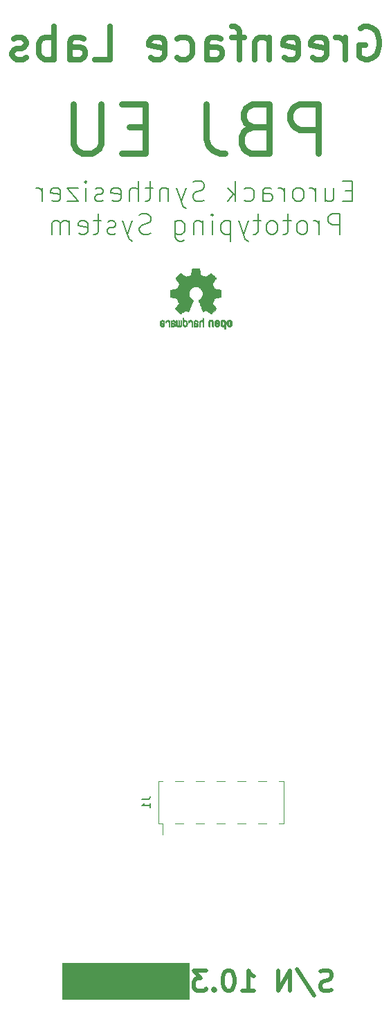
<source format=gbr>
G04 #@! TF.GenerationSoftware,KiCad,Pcbnew,8.0.5*
G04 #@! TF.CreationDate,2025-01-25T12:56:40-08:00*
G04 #@! TF.ProjectId,PBJ_EU,50424a5f-4555-42e6-9b69-6361645f7063,10.3*
G04 #@! TF.SameCoordinates,Original*
G04 #@! TF.FileFunction,Legend,Bot*
G04 #@! TF.FilePolarity,Positive*
%FSLAX46Y46*%
G04 Gerber Fmt 4.6, Leading zero omitted, Abs format (unit mm)*
G04 Created by KiCad (PCBNEW 8.0.5) date 2025-01-25 12:56:40*
%MOMM*%
%LPD*%
G01*
G04 APERTURE LIST*
%ADD10C,0.100000*%
%ADD11C,0.650000*%
%ADD12C,0.800000*%
%ADD13C,0.200000*%
%ADD14C,0.500000*%
%ADD15C,0.150000*%
%ADD16C,0.120000*%
%ADD17C,0.010000*%
G04 APERTURE END LIST*
D10*
X94886046Y-156457983D02*
X79343647Y-156499748D01*
X79353360Y-152081392D01*
X94895759Y-152039627D01*
X94886046Y-156457983D01*
G36*
X94886046Y-156457983D02*
G01*
X79343647Y-156499748D01*
X79353360Y-152081392D01*
X94895759Y-152039627D01*
X94886046Y-156457983D01*
G37*
D11*
X115890474Y-38007152D02*
X116271427Y-37816676D01*
X116271427Y-37816676D02*
X116842855Y-37816676D01*
X116842855Y-37816676D02*
X117414284Y-38007152D01*
X117414284Y-38007152D02*
X117795236Y-38388104D01*
X117795236Y-38388104D02*
X117985713Y-38769057D01*
X117985713Y-38769057D02*
X118176189Y-39530961D01*
X118176189Y-39530961D02*
X118176189Y-40102390D01*
X118176189Y-40102390D02*
X117985713Y-40864295D01*
X117985713Y-40864295D02*
X117795236Y-41245247D01*
X117795236Y-41245247D02*
X117414284Y-41626200D01*
X117414284Y-41626200D02*
X116842855Y-41816676D01*
X116842855Y-41816676D02*
X116461903Y-41816676D01*
X116461903Y-41816676D02*
X115890474Y-41626200D01*
X115890474Y-41626200D02*
X115699998Y-41435723D01*
X115699998Y-41435723D02*
X115699998Y-40102390D01*
X115699998Y-40102390D02*
X116461903Y-40102390D01*
X113985713Y-41816676D02*
X113985713Y-39150009D01*
X113985713Y-39911914D02*
X113795236Y-39530961D01*
X113795236Y-39530961D02*
X113604760Y-39340485D01*
X113604760Y-39340485D02*
X113223808Y-39150009D01*
X113223808Y-39150009D02*
X112842855Y-39150009D01*
X109985713Y-41626200D02*
X110366665Y-41816676D01*
X110366665Y-41816676D02*
X111128570Y-41816676D01*
X111128570Y-41816676D02*
X111509523Y-41626200D01*
X111509523Y-41626200D02*
X111699999Y-41245247D01*
X111699999Y-41245247D02*
X111699999Y-39721438D01*
X111699999Y-39721438D02*
X111509523Y-39340485D01*
X111509523Y-39340485D02*
X111128570Y-39150009D01*
X111128570Y-39150009D02*
X110366665Y-39150009D01*
X110366665Y-39150009D02*
X109985713Y-39340485D01*
X109985713Y-39340485D02*
X109795237Y-39721438D01*
X109795237Y-39721438D02*
X109795237Y-40102390D01*
X109795237Y-40102390D02*
X111699999Y-40483342D01*
X106557142Y-41626200D02*
X106938094Y-41816676D01*
X106938094Y-41816676D02*
X107699999Y-41816676D01*
X107699999Y-41816676D02*
X108080952Y-41626200D01*
X108080952Y-41626200D02*
X108271428Y-41245247D01*
X108271428Y-41245247D02*
X108271428Y-39721438D01*
X108271428Y-39721438D02*
X108080952Y-39340485D01*
X108080952Y-39340485D02*
X107699999Y-39150009D01*
X107699999Y-39150009D02*
X106938094Y-39150009D01*
X106938094Y-39150009D02*
X106557142Y-39340485D01*
X106557142Y-39340485D02*
X106366666Y-39721438D01*
X106366666Y-39721438D02*
X106366666Y-40102390D01*
X106366666Y-40102390D02*
X108271428Y-40483342D01*
X104652381Y-39150009D02*
X104652381Y-41816676D01*
X104652381Y-39530961D02*
X104461904Y-39340485D01*
X104461904Y-39340485D02*
X104080952Y-39150009D01*
X104080952Y-39150009D02*
X103509523Y-39150009D01*
X103509523Y-39150009D02*
X103128571Y-39340485D01*
X103128571Y-39340485D02*
X102938095Y-39721438D01*
X102938095Y-39721438D02*
X102938095Y-41816676D01*
X101604761Y-39150009D02*
X100080952Y-39150009D01*
X101033333Y-41816676D02*
X101033333Y-38388104D01*
X101033333Y-38388104D02*
X100842856Y-38007152D01*
X100842856Y-38007152D02*
X100461904Y-37816676D01*
X100461904Y-37816676D02*
X100080952Y-37816676D01*
X97033333Y-41816676D02*
X97033333Y-39721438D01*
X97033333Y-39721438D02*
X97223809Y-39340485D01*
X97223809Y-39340485D02*
X97604761Y-39150009D01*
X97604761Y-39150009D02*
X98366666Y-39150009D01*
X98366666Y-39150009D02*
X98747619Y-39340485D01*
X97033333Y-41626200D02*
X97414285Y-41816676D01*
X97414285Y-41816676D02*
X98366666Y-41816676D01*
X98366666Y-41816676D02*
X98747619Y-41626200D01*
X98747619Y-41626200D02*
X98938095Y-41245247D01*
X98938095Y-41245247D02*
X98938095Y-40864295D01*
X98938095Y-40864295D02*
X98747619Y-40483342D01*
X98747619Y-40483342D02*
X98366666Y-40292866D01*
X98366666Y-40292866D02*
X97414285Y-40292866D01*
X97414285Y-40292866D02*
X97033333Y-40102390D01*
X93414285Y-41626200D02*
X93795237Y-41816676D01*
X93795237Y-41816676D02*
X94557142Y-41816676D01*
X94557142Y-41816676D02*
X94938094Y-41626200D01*
X94938094Y-41626200D02*
X95128571Y-41435723D01*
X95128571Y-41435723D02*
X95319047Y-41054771D01*
X95319047Y-41054771D02*
X95319047Y-39911914D01*
X95319047Y-39911914D02*
X95128571Y-39530961D01*
X95128571Y-39530961D02*
X94938094Y-39340485D01*
X94938094Y-39340485D02*
X94557142Y-39150009D01*
X94557142Y-39150009D02*
X93795237Y-39150009D01*
X93795237Y-39150009D02*
X93414285Y-39340485D01*
X90176190Y-41626200D02*
X90557142Y-41816676D01*
X90557142Y-41816676D02*
X91319047Y-41816676D01*
X91319047Y-41816676D02*
X91700000Y-41626200D01*
X91700000Y-41626200D02*
X91890476Y-41245247D01*
X91890476Y-41245247D02*
X91890476Y-39721438D01*
X91890476Y-39721438D02*
X91700000Y-39340485D01*
X91700000Y-39340485D02*
X91319047Y-39150009D01*
X91319047Y-39150009D02*
X90557142Y-39150009D01*
X90557142Y-39150009D02*
X90176190Y-39340485D01*
X90176190Y-39340485D02*
X89985714Y-39721438D01*
X89985714Y-39721438D02*
X89985714Y-40102390D01*
X89985714Y-40102390D02*
X91890476Y-40483342D01*
X83319048Y-41816676D02*
X85223810Y-41816676D01*
X85223810Y-41816676D02*
X85223810Y-37816676D01*
X80271429Y-41816676D02*
X80271429Y-39721438D01*
X80271429Y-39721438D02*
X80461905Y-39340485D01*
X80461905Y-39340485D02*
X80842857Y-39150009D01*
X80842857Y-39150009D02*
X81604762Y-39150009D01*
X81604762Y-39150009D02*
X81985715Y-39340485D01*
X80271429Y-41626200D02*
X80652381Y-41816676D01*
X80652381Y-41816676D02*
X81604762Y-41816676D01*
X81604762Y-41816676D02*
X81985715Y-41626200D01*
X81985715Y-41626200D02*
X82176191Y-41245247D01*
X82176191Y-41245247D02*
X82176191Y-40864295D01*
X82176191Y-40864295D02*
X81985715Y-40483342D01*
X81985715Y-40483342D02*
X81604762Y-40292866D01*
X81604762Y-40292866D02*
X80652381Y-40292866D01*
X80652381Y-40292866D02*
X80271429Y-40102390D01*
X78366667Y-41816676D02*
X78366667Y-37816676D01*
X78366667Y-39340485D02*
X77985714Y-39150009D01*
X77985714Y-39150009D02*
X77223809Y-39150009D01*
X77223809Y-39150009D02*
X76842857Y-39340485D01*
X76842857Y-39340485D02*
X76652381Y-39530961D01*
X76652381Y-39530961D02*
X76461905Y-39911914D01*
X76461905Y-39911914D02*
X76461905Y-41054771D01*
X76461905Y-41054771D02*
X76652381Y-41435723D01*
X76652381Y-41435723D02*
X76842857Y-41626200D01*
X76842857Y-41626200D02*
X77223809Y-41816676D01*
X77223809Y-41816676D02*
X77985714Y-41816676D01*
X77985714Y-41816676D02*
X78366667Y-41626200D01*
X74938095Y-41626200D02*
X74557142Y-41816676D01*
X74557142Y-41816676D02*
X73795238Y-41816676D01*
X73795238Y-41816676D02*
X73414285Y-41626200D01*
X73414285Y-41626200D02*
X73223809Y-41245247D01*
X73223809Y-41245247D02*
X73223809Y-41054771D01*
X73223809Y-41054771D02*
X73414285Y-40673819D01*
X73414285Y-40673819D02*
X73795238Y-40483342D01*
X73795238Y-40483342D02*
X74366666Y-40483342D01*
X74366666Y-40483342D02*
X74747619Y-40292866D01*
X74747619Y-40292866D02*
X74938095Y-39911914D01*
X74938095Y-39911914D02*
X74938095Y-39721438D01*
X74938095Y-39721438D02*
X74747619Y-39340485D01*
X74747619Y-39340485D02*
X74366666Y-39150009D01*
X74366666Y-39150009D02*
X73795238Y-39150009D01*
X73795238Y-39150009D02*
X73414285Y-39340485D01*
D12*
X110699999Y-53234114D02*
X110699999Y-47234114D01*
X110699999Y-47234114D02*
X108414285Y-47234114D01*
X108414285Y-47234114D02*
X107842856Y-47519828D01*
X107842856Y-47519828D02*
X107557142Y-47805542D01*
X107557142Y-47805542D02*
X107271428Y-48376971D01*
X107271428Y-48376971D02*
X107271428Y-49234114D01*
X107271428Y-49234114D02*
X107557142Y-49805542D01*
X107557142Y-49805542D02*
X107842856Y-50091257D01*
X107842856Y-50091257D02*
X108414285Y-50376971D01*
X108414285Y-50376971D02*
X110699999Y-50376971D01*
X102699999Y-50091257D02*
X101842856Y-50376971D01*
X101842856Y-50376971D02*
X101557142Y-50662685D01*
X101557142Y-50662685D02*
X101271428Y-51234114D01*
X101271428Y-51234114D02*
X101271428Y-52091257D01*
X101271428Y-52091257D02*
X101557142Y-52662685D01*
X101557142Y-52662685D02*
X101842856Y-52948400D01*
X101842856Y-52948400D02*
X102414285Y-53234114D01*
X102414285Y-53234114D02*
X104699999Y-53234114D01*
X104699999Y-53234114D02*
X104699999Y-47234114D01*
X104699999Y-47234114D02*
X102699999Y-47234114D01*
X102699999Y-47234114D02*
X102128571Y-47519828D01*
X102128571Y-47519828D02*
X101842856Y-47805542D01*
X101842856Y-47805542D02*
X101557142Y-48376971D01*
X101557142Y-48376971D02*
X101557142Y-48948400D01*
X101557142Y-48948400D02*
X101842856Y-49519828D01*
X101842856Y-49519828D02*
X102128571Y-49805542D01*
X102128571Y-49805542D02*
X102699999Y-50091257D01*
X102699999Y-50091257D02*
X104699999Y-50091257D01*
X96985713Y-47234114D02*
X96985713Y-51519828D01*
X96985713Y-51519828D02*
X97271428Y-52376971D01*
X97271428Y-52376971D02*
X97842856Y-52948400D01*
X97842856Y-52948400D02*
X98699999Y-53234114D01*
X98699999Y-53234114D02*
X99271428Y-53234114D01*
X89557141Y-50091257D02*
X87557141Y-50091257D01*
X86699998Y-53234114D02*
X89557141Y-53234114D01*
X89557141Y-53234114D02*
X89557141Y-47234114D01*
X89557141Y-47234114D02*
X86699998Y-47234114D01*
X84128570Y-47234114D02*
X84128570Y-52091257D01*
X84128570Y-52091257D02*
X83842856Y-52662685D01*
X83842856Y-52662685D02*
X83557142Y-52948400D01*
X83557142Y-52948400D02*
X82985713Y-53234114D01*
X82985713Y-53234114D02*
X81842856Y-53234114D01*
X81842856Y-53234114D02*
X81271427Y-52948400D01*
X81271427Y-52948400D02*
X80985713Y-52662685D01*
X80985713Y-52662685D02*
X80699999Y-52091257D01*
X80699999Y-52091257D02*
X80699999Y-47234114D01*
D13*
X114866666Y-57824193D02*
X114033333Y-57824193D01*
X113676190Y-59133717D02*
X114866666Y-59133717D01*
X114866666Y-59133717D02*
X114866666Y-56633717D01*
X114866666Y-56633717D02*
X113676190Y-56633717D01*
X111533333Y-57467050D02*
X111533333Y-59133717D01*
X112604761Y-57467050D02*
X112604761Y-58776574D01*
X112604761Y-58776574D02*
X112485714Y-59014670D01*
X112485714Y-59014670D02*
X112247619Y-59133717D01*
X112247619Y-59133717D02*
X111890476Y-59133717D01*
X111890476Y-59133717D02*
X111652380Y-59014670D01*
X111652380Y-59014670D02*
X111533333Y-58895622D01*
X110342856Y-59133717D02*
X110342856Y-57467050D01*
X110342856Y-57943241D02*
X110223809Y-57705146D01*
X110223809Y-57705146D02*
X110104761Y-57586098D01*
X110104761Y-57586098D02*
X109866666Y-57467050D01*
X109866666Y-57467050D02*
X109628571Y-57467050D01*
X108438095Y-59133717D02*
X108676190Y-59014670D01*
X108676190Y-59014670D02*
X108795237Y-58895622D01*
X108795237Y-58895622D02*
X108914285Y-58657527D01*
X108914285Y-58657527D02*
X108914285Y-57943241D01*
X108914285Y-57943241D02*
X108795237Y-57705146D01*
X108795237Y-57705146D02*
X108676190Y-57586098D01*
X108676190Y-57586098D02*
X108438095Y-57467050D01*
X108438095Y-57467050D02*
X108080952Y-57467050D01*
X108080952Y-57467050D02*
X107842856Y-57586098D01*
X107842856Y-57586098D02*
X107723809Y-57705146D01*
X107723809Y-57705146D02*
X107604761Y-57943241D01*
X107604761Y-57943241D02*
X107604761Y-58657527D01*
X107604761Y-58657527D02*
X107723809Y-58895622D01*
X107723809Y-58895622D02*
X107842856Y-59014670D01*
X107842856Y-59014670D02*
X108080952Y-59133717D01*
X108080952Y-59133717D02*
X108438095Y-59133717D01*
X106533332Y-59133717D02*
X106533332Y-57467050D01*
X106533332Y-57943241D02*
X106414285Y-57705146D01*
X106414285Y-57705146D02*
X106295237Y-57586098D01*
X106295237Y-57586098D02*
X106057142Y-57467050D01*
X106057142Y-57467050D02*
X105819047Y-57467050D01*
X103914285Y-59133717D02*
X103914285Y-57824193D01*
X103914285Y-57824193D02*
X104033332Y-57586098D01*
X104033332Y-57586098D02*
X104271428Y-57467050D01*
X104271428Y-57467050D02*
X104747618Y-57467050D01*
X104747618Y-57467050D02*
X104985713Y-57586098D01*
X103914285Y-59014670D02*
X104152380Y-59133717D01*
X104152380Y-59133717D02*
X104747618Y-59133717D01*
X104747618Y-59133717D02*
X104985713Y-59014670D01*
X104985713Y-59014670D02*
X105104761Y-58776574D01*
X105104761Y-58776574D02*
X105104761Y-58538479D01*
X105104761Y-58538479D02*
X104985713Y-58300384D01*
X104985713Y-58300384D02*
X104747618Y-58181336D01*
X104747618Y-58181336D02*
X104152380Y-58181336D01*
X104152380Y-58181336D02*
X103914285Y-58062289D01*
X101652380Y-59014670D02*
X101890475Y-59133717D01*
X101890475Y-59133717D02*
X102366666Y-59133717D01*
X102366666Y-59133717D02*
X102604761Y-59014670D01*
X102604761Y-59014670D02*
X102723808Y-58895622D01*
X102723808Y-58895622D02*
X102842856Y-58657527D01*
X102842856Y-58657527D02*
X102842856Y-57943241D01*
X102842856Y-57943241D02*
X102723808Y-57705146D01*
X102723808Y-57705146D02*
X102604761Y-57586098D01*
X102604761Y-57586098D02*
X102366666Y-57467050D01*
X102366666Y-57467050D02*
X101890475Y-57467050D01*
X101890475Y-57467050D02*
X101652380Y-57586098D01*
X100580951Y-59133717D02*
X100580951Y-56633717D01*
X100342856Y-58181336D02*
X99628570Y-59133717D01*
X99628570Y-57467050D02*
X100580951Y-58419431D01*
X96771427Y-59014670D02*
X96414284Y-59133717D01*
X96414284Y-59133717D02*
X95819046Y-59133717D01*
X95819046Y-59133717D02*
X95580951Y-59014670D01*
X95580951Y-59014670D02*
X95461903Y-58895622D01*
X95461903Y-58895622D02*
X95342856Y-58657527D01*
X95342856Y-58657527D02*
X95342856Y-58419431D01*
X95342856Y-58419431D02*
X95461903Y-58181336D01*
X95461903Y-58181336D02*
X95580951Y-58062289D01*
X95580951Y-58062289D02*
X95819046Y-57943241D01*
X95819046Y-57943241D02*
X96295237Y-57824193D01*
X96295237Y-57824193D02*
X96533332Y-57705146D01*
X96533332Y-57705146D02*
X96652379Y-57586098D01*
X96652379Y-57586098D02*
X96771427Y-57348003D01*
X96771427Y-57348003D02*
X96771427Y-57109908D01*
X96771427Y-57109908D02*
X96652379Y-56871812D01*
X96652379Y-56871812D02*
X96533332Y-56752765D01*
X96533332Y-56752765D02*
X96295237Y-56633717D01*
X96295237Y-56633717D02*
X95699998Y-56633717D01*
X95699998Y-56633717D02*
X95342856Y-56752765D01*
X94509523Y-57467050D02*
X93914285Y-59133717D01*
X93319046Y-57467050D02*
X93914285Y-59133717D01*
X93914285Y-59133717D02*
X94152380Y-59728955D01*
X94152380Y-59728955D02*
X94271427Y-59848003D01*
X94271427Y-59848003D02*
X94509523Y-59967050D01*
X92366665Y-57467050D02*
X92366665Y-59133717D01*
X92366665Y-57705146D02*
X92247618Y-57586098D01*
X92247618Y-57586098D02*
X92009523Y-57467050D01*
X92009523Y-57467050D02*
X91652380Y-57467050D01*
X91652380Y-57467050D02*
X91414284Y-57586098D01*
X91414284Y-57586098D02*
X91295237Y-57824193D01*
X91295237Y-57824193D02*
X91295237Y-59133717D01*
X90461903Y-57467050D02*
X89509522Y-57467050D01*
X90104760Y-56633717D02*
X90104760Y-58776574D01*
X90104760Y-58776574D02*
X89985713Y-59014670D01*
X89985713Y-59014670D02*
X89747618Y-59133717D01*
X89747618Y-59133717D02*
X89509522Y-59133717D01*
X88676189Y-59133717D02*
X88676189Y-56633717D01*
X87604761Y-59133717D02*
X87604761Y-57824193D01*
X87604761Y-57824193D02*
X87723808Y-57586098D01*
X87723808Y-57586098D02*
X87961904Y-57467050D01*
X87961904Y-57467050D02*
X88319047Y-57467050D01*
X88319047Y-57467050D02*
X88557142Y-57586098D01*
X88557142Y-57586098D02*
X88676189Y-57705146D01*
X85461903Y-59014670D02*
X85699999Y-59133717D01*
X85699999Y-59133717D02*
X86176189Y-59133717D01*
X86176189Y-59133717D02*
X86414284Y-59014670D01*
X86414284Y-59014670D02*
X86533332Y-58776574D01*
X86533332Y-58776574D02*
X86533332Y-57824193D01*
X86533332Y-57824193D02*
X86414284Y-57586098D01*
X86414284Y-57586098D02*
X86176189Y-57467050D01*
X86176189Y-57467050D02*
X85699999Y-57467050D01*
X85699999Y-57467050D02*
X85461903Y-57586098D01*
X85461903Y-57586098D02*
X85342856Y-57824193D01*
X85342856Y-57824193D02*
X85342856Y-58062289D01*
X85342856Y-58062289D02*
X86533332Y-58300384D01*
X84390475Y-59014670D02*
X84152380Y-59133717D01*
X84152380Y-59133717D02*
X83676189Y-59133717D01*
X83676189Y-59133717D02*
X83438094Y-59014670D01*
X83438094Y-59014670D02*
X83319046Y-58776574D01*
X83319046Y-58776574D02*
X83319046Y-58657527D01*
X83319046Y-58657527D02*
X83438094Y-58419431D01*
X83438094Y-58419431D02*
X83676189Y-58300384D01*
X83676189Y-58300384D02*
X84033332Y-58300384D01*
X84033332Y-58300384D02*
X84271427Y-58181336D01*
X84271427Y-58181336D02*
X84390475Y-57943241D01*
X84390475Y-57943241D02*
X84390475Y-57824193D01*
X84390475Y-57824193D02*
X84271427Y-57586098D01*
X84271427Y-57586098D02*
X84033332Y-57467050D01*
X84033332Y-57467050D02*
X83676189Y-57467050D01*
X83676189Y-57467050D02*
X83438094Y-57586098D01*
X82247617Y-59133717D02*
X82247617Y-57467050D01*
X82247617Y-56633717D02*
X82366665Y-56752765D01*
X82366665Y-56752765D02*
X82247617Y-56871812D01*
X82247617Y-56871812D02*
X82128570Y-56752765D01*
X82128570Y-56752765D02*
X82247617Y-56633717D01*
X82247617Y-56633717D02*
X82247617Y-56871812D01*
X81295237Y-57467050D02*
X79985713Y-57467050D01*
X79985713Y-57467050D02*
X81295237Y-59133717D01*
X81295237Y-59133717D02*
X79985713Y-59133717D01*
X78080950Y-59014670D02*
X78319046Y-59133717D01*
X78319046Y-59133717D02*
X78795236Y-59133717D01*
X78795236Y-59133717D02*
X79033331Y-59014670D01*
X79033331Y-59014670D02*
X79152379Y-58776574D01*
X79152379Y-58776574D02*
X79152379Y-57824193D01*
X79152379Y-57824193D02*
X79033331Y-57586098D01*
X79033331Y-57586098D02*
X78795236Y-57467050D01*
X78795236Y-57467050D02*
X78319046Y-57467050D01*
X78319046Y-57467050D02*
X78080950Y-57586098D01*
X78080950Y-57586098D02*
X77961903Y-57824193D01*
X77961903Y-57824193D02*
X77961903Y-58062289D01*
X77961903Y-58062289D02*
X79152379Y-58300384D01*
X76890474Y-59133717D02*
X76890474Y-57467050D01*
X76890474Y-57943241D02*
X76771427Y-57705146D01*
X76771427Y-57705146D02*
X76652379Y-57586098D01*
X76652379Y-57586098D02*
X76414284Y-57467050D01*
X76414284Y-57467050D02*
X76176189Y-57467050D01*
X113319046Y-63158577D02*
X113319046Y-60658577D01*
X113319046Y-60658577D02*
X112366665Y-60658577D01*
X112366665Y-60658577D02*
X112128570Y-60777625D01*
X112128570Y-60777625D02*
X112009523Y-60896672D01*
X112009523Y-60896672D02*
X111890475Y-61134768D01*
X111890475Y-61134768D02*
X111890475Y-61491910D01*
X111890475Y-61491910D02*
X112009523Y-61730006D01*
X112009523Y-61730006D02*
X112128570Y-61849053D01*
X112128570Y-61849053D02*
X112366665Y-61968101D01*
X112366665Y-61968101D02*
X113319046Y-61968101D01*
X110819046Y-63158577D02*
X110819046Y-61491910D01*
X110819046Y-61968101D02*
X110699999Y-61730006D01*
X110699999Y-61730006D02*
X110580951Y-61610958D01*
X110580951Y-61610958D02*
X110342856Y-61491910D01*
X110342856Y-61491910D02*
X110104761Y-61491910D01*
X108914285Y-63158577D02*
X109152380Y-63039530D01*
X109152380Y-63039530D02*
X109271427Y-62920482D01*
X109271427Y-62920482D02*
X109390475Y-62682387D01*
X109390475Y-62682387D02*
X109390475Y-61968101D01*
X109390475Y-61968101D02*
X109271427Y-61730006D01*
X109271427Y-61730006D02*
X109152380Y-61610958D01*
X109152380Y-61610958D02*
X108914285Y-61491910D01*
X108914285Y-61491910D02*
X108557142Y-61491910D01*
X108557142Y-61491910D02*
X108319046Y-61610958D01*
X108319046Y-61610958D02*
X108199999Y-61730006D01*
X108199999Y-61730006D02*
X108080951Y-61968101D01*
X108080951Y-61968101D02*
X108080951Y-62682387D01*
X108080951Y-62682387D02*
X108199999Y-62920482D01*
X108199999Y-62920482D02*
X108319046Y-63039530D01*
X108319046Y-63039530D02*
X108557142Y-63158577D01*
X108557142Y-63158577D02*
X108914285Y-63158577D01*
X107366665Y-61491910D02*
X106414284Y-61491910D01*
X107009522Y-60658577D02*
X107009522Y-62801434D01*
X107009522Y-62801434D02*
X106890475Y-63039530D01*
X106890475Y-63039530D02*
X106652380Y-63158577D01*
X106652380Y-63158577D02*
X106414284Y-63158577D01*
X105223809Y-63158577D02*
X105461904Y-63039530D01*
X105461904Y-63039530D02*
X105580951Y-62920482D01*
X105580951Y-62920482D02*
X105699999Y-62682387D01*
X105699999Y-62682387D02*
X105699999Y-61968101D01*
X105699999Y-61968101D02*
X105580951Y-61730006D01*
X105580951Y-61730006D02*
X105461904Y-61610958D01*
X105461904Y-61610958D02*
X105223809Y-61491910D01*
X105223809Y-61491910D02*
X104866666Y-61491910D01*
X104866666Y-61491910D02*
X104628570Y-61610958D01*
X104628570Y-61610958D02*
X104509523Y-61730006D01*
X104509523Y-61730006D02*
X104390475Y-61968101D01*
X104390475Y-61968101D02*
X104390475Y-62682387D01*
X104390475Y-62682387D02*
X104509523Y-62920482D01*
X104509523Y-62920482D02*
X104628570Y-63039530D01*
X104628570Y-63039530D02*
X104866666Y-63158577D01*
X104866666Y-63158577D02*
X105223809Y-63158577D01*
X103676189Y-61491910D02*
X102723808Y-61491910D01*
X103319046Y-60658577D02*
X103319046Y-62801434D01*
X103319046Y-62801434D02*
X103199999Y-63039530D01*
X103199999Y-63039530D02*
X102961904Y-63158577D01*
X102961904Y-63158577D02*
X102723808Y-63158577D01*
X102128571Y-61491910D02*
X101533333Y-63158577D01*
X100938094Y-61491910D02*
X101533333Y-63158577D01*
X101533333Y-63158577D02*
X101771428Y-63753815D01*
X101771428Y-63753815D02*
X101890475Y-63872863D01*
X101890475Y-63872863D02*
X102128571Y-63991910D01*
X99985713Y-61491910D02*
X99985713Y-63991910D01*
X99985713Y-61610958D02*
X99747618Y-61491910D01*
X99747618Y-61491910D02*
X99271428Y-61491910D01*
X99271428Y-61491910D02*
X99033332Y-61610958D01*
X99033332Y-61610958D02*
X98914285Y-61730006D01*
X98914285Y-61730006D02*
X98795237Y-61968101D01*
X98795237Y-61968101D02*
X98795237Y-62682387D01*
X98795237Y-62682387D02*
X98914285Y-62920482D01*
X98914285Y-62920482D02*
X99033332Y-63039530D01*
X99033332Y-63039530D02*
X99271428Y-63158577D01*
X99271428Y-63158577D02*
X99747618Y-63158577D01*
X99747618Y-63158577D02*
X99985713Y-63039530D01*
X97723808Y-63158577D02*
X97723808Y-61491910D01*
X97723808Y-60658577D02*
X97842856Y-60777625D01*
X97842856Y-60777625D02*
X97723808Y-60896672D01*
X97723808Y-60896672D02*
X97604761Y-60777625D01*
X97604761Y-60777625D02*
X97723808Y-60658577D01*
X97723808Y-60658577D02*
X97723808Y-60896672D01*
X96533332Y-61491910D02*
X96533332Y-63158577D01*
X96533332Y-61730006D02*
X96414285Y-61610958D01*
X96414285Y-61610958D02*
X96176190Y-61491910D01*
X96176190Y-61491910D02*
X95819047Y-61491910D01*
X95819047Y-61491910D02*
X95580951Y-61610958D01*
X95580951Y-61610958D02*
X95461904Y-61849053D01*
X95461904Y-61849053D02*
X95461904Y-63158577D01*
X93199999Y-61491910D02*
X93199999Y-63515720D01*
X93199999Y-63515720D02*
X93319046Y-63753815D01*
X93319046Y-63753815D02*
X93438094Y-63872863D01*
X93438094Y-63872863D02*
X93676189Y-63991910D01*
X93676189Y-63991910D02*
X94033332Y-63991910D01*
X94033332Y-63991910D02*
X94271427Y-63872863D01*
X93199999Y-63039530D02*
X93438094Y-63158577D01*
X93438094Y-63158577D02*
X93914285Y-63158577D01*
X93914285Y-63158577D02*
X94152380Y-63039530D01*
X94152380Y-63039530D02*
X94271427Y-62920482D01*
X94271427Y-62920482D02*
X94390475Y-62682387D01*
X94390475Y-62682387D02*
X94390475Y-61968101D01*
X94390475Y-61968101D02*
X94271427Y-61730006D01*
X94271427Y-61730006D02*
X94152380Y-61610958D01*
X94152380Y-61610958D02*
X93914285Y-61491910D01*
X93914285Y-61491910D02*
X93438094Y-61491910D01*
X93438094Y-61491910D02*
X93199999Y-61610958D01*
X90223808Y-63039530D02*
X89866665Y-63158577D01*
X89866665Y-63158577D02*
X89271427Y-63158577D01*
X89271427Y-63158577D02*
X89033332Y-63039530D01*
X89033332Y-63039530D02*
X88914284Y-62920482D01*
X88914284Y-62920482D02*
X88795237Y-62682387D01*
X88795237Y-62682387D02*
X88795237Y-62444291D01*
X88795237Y-62444291D02*
X88914284Y-62206196D01*
X88914284Y-62206196D02*
X89033332Y-62087149D01*
X89033332Y-62087149D02*
X89271427Y-61968101D01*
X89271427Y-61968101D02*
X89747618Y-61849053D01*
X89747618Y-61849053D02*
X89985713Y-61730006D01*
X89985713Y-61730006D02*
X90104760Y-61610958D01*
X90104760Y-61610958D02*
X90223808Y-61372863D01*
X90223808Y-61372863D02*
X90223808Y-61134768D01*
X90223808Y-61134768D02*
X90104760Y-60896672D01*
X90104760Y-60896672D02*
X89985713Y-60777625D01*
X89985713Y-60777625D02*
X89747618Y-60658577D01*
X89747618Y-60658577D02*
X89152379Y-60658577D01*
X89152379Y-60658577D02*
X88795237Y-60777625D01*
X87961904Y-61491910D02*
X87366666Y-63158577D01*
X86771427Y-61491910D02*
X87366666Y-63158577D01*
X87366666Y-63158577D02*
X87604761Y-63753815D01*
X87604761Y-63753815D02*
X87723808Y-63872863D01*
X87723808Y-63872863D02*
X87961904Y-63991910D01*
X85938094Y-63039530D02*
X85699999Y-63158577D01*
X85699999Y-63158577D02*
X85223808Y-63158577D01*
X85223808Y-63158577D02*
X84985713Y-63039530D01*
X84985713Y-63039530D02*
X84866665Y-62801434D01*
X84866665Y-62801434D02*
X84866665Y-62682387D01*
X84866665Y-62682387D02*
X84985713Y-62444291D01*
X84985713Y-62444291D02*
X85223808Y-62325244D01*
X85223808Y-62325244D02*
X85580951Y-62325244D01*
X85580951Y-62325244D02*
X85819046Y-62206196D01*
X85819046Y-62206196D02*
X85938094Y-61968101D01*
X85938094Y-61968101D02*
X85938094Y-61849053D01*
X85938094Y-61849053D02*
X85819046Y-61610958D01*
X85819046Y-61610958D02*
X85580951Y-61491910D01*
X85580951Y-61491910D02*
X85223808Y-61491910D01*
X85223808Y-61491910D02*
X84985713Y-61610958D01*
X84152379Y-61491910D02*
X83199998Y-61491910D01*
X83795236Y-60658577D02*
X83795236Y-62801434D01*
X83795236Y-62801434D02*
X83676189Y-63039530D01*
X83676189Y-63039530D02*
X83438094Y-63158577D01*
X83438094Y-63158577D02*
X83199998Y-63158577D01*
X81414284Y-63039530D02*
X81652380Y-63158577D01*
X81652380Y-63158577D02*
X82128570Y-63158577D01*
X82128570Y-63158577D02*
X82366665Y-63039530D01*
X82366665Y-63039530D02*
X82485713Y-62801434D01*
X82485713Y-62801434D02*
X82485713Y-61849053D01*
X82485713Y-61849053D02*
X82366665Y-61610958D01*
X82366665Y-61610958D02*
X82128570Y-61491910D01*
X82128570Y-61491910D02*
X81652380Y-61491910D01*
X81652380Y-61491910D02*
X81414284Y-61610958D01*
X81414284Y-61610958D02*
X81295237Y-61849053D01*
X81295237Y-61849053D02*
X81295237Y-62087149D01*
X81295237Y-62087149D02*
X82485713Y-62325244D01*
X80223808Y-63158577D02*
X80223808Y-61491910D01*
X80223808Y-61730006D02*
X80104761Y-61610958D01*
X80104761Y-61610958D02*
X79866666Y-61491910D01*
X79866666Y-61491910D02*
X79509523Y-61491910D01*
X79509523Y-61491910D02*
X79271427Y-61610958D01*
X79271427Y-61610958D02*
X79152380Y-61849053D01*
X79152380Y-61849053D02*
X79152380Y-63158577D01*
X79152380Y-61849053D02*
X79033332Y-61610958D01*
X79033332Y-61610958D02*
X78795237Y-61491910D01*
X78795237Y-61491910D02*
X78438094Y-61491910D01*
X78438094Y-61491910D02*
X78199999Y-61610958D01*
X78199999Y-61610958D02*
X78080951Y-61849053D01*
X78080951Y-61849053D02*
X78080951Y-63158577D01*
D14*
X112352380Y-155361500D02*
X111995237Y-155480547D01*
X111995237Y-155480547D02*
X111399999Y-155480547D01*
X111399999Y-155480547D02*
X111161904Y-155361500D01*
X111161904Y-155361500D02*
X111042856Y-155242452D01*
X111042856Y-155242452D02*
X110923809Y-155004357D01*
X110923809Y-155004357D02*
X110923809Y-154766261D01*
X110923809Y-154766261D02*
X111042856Y-154528166D01*
X111042856Y-154528166D02*
X111161904Y-154409119D01*
X111161904Y-154409119D02*
X111399999Y-154290071D01*
X111399999Y-154290071D02*
X111876190Y-154171023D01*
X111876190Y-154171023D02*
X112114285Y-154051976D01*
X112114285Y-154051976D02*
X112233332Y-153932928D01*
X112233332Y-153932928D02*
X112352380Y-153694833D01*
X112352380Y-153694833D02*
X112352380Y-153456738D01*
X112352380Y-153456738D02*
X112233332Y-153218642D01*
X112233332Y-153218642D02*
X112114285Y-153099595D01*
X112114285Y-153099595D02*
X111876190Y-152980547D01*
X111876190Y-152980547D02*
X111280951Y-152980547D01*
X111280951Y-152980547D02*
X110923809Y-153099595D01*
X108066666Y-152861500D02*
X110209523Y-156075785D01*
X107233332Y-155480547D02*
X107233332Y-152980547D01*
X107233332Y-152980547D02*
X105804761Y-155480547D01*
X105804761Y-155480547D02*
X105804761Y-152980547D01*
X101399999Y-155480547D02*
X102828570Y-155480547D01*
X102114284Y-155480547D02*
X102114284Y-152980547D01*
X102114284Y-152980547D02*
X102352380Y-153337690D01*
X102352380Y-153337690D02*
X102590475Y-153575785D01*
X102590475Y-153575785D02*
X102828570Y-153694833D01*
X99852380Y-152980547D02*
X99614285Y-152980547D01*
X99614285Y-152980547D02*
X99376189Y-153099595D01*
X99376189Y-153099595D02*
X99257142Y-153218642D01*
X99257142Y-153218642D02*
X99138094Y-153456738D01*
X99138094Y-153456738D02*
X99019047Y-153932928D01*
X99019047Y-153932928D02*
X99019047Y-154528166D01*
X99019047Y-154528166D02*
X99138094Y-155004357D01*
X99138094Y-155004357D02*
X99257142Y-155242452D01*
X99257142Y-155242452D02*
X99376189Y-155361500D01*
X99376189Y-155361500D02*
X99614285Y-155480547D01*
X99614285Y-155480547D02*
X99852380Y-155480547D01*
X99852380Y-155480547D02*
X100090475Y-155361500D01*
X100090475Y-155361500D02*
X100209523Y-155242452D01*
X100209523Y-155242452D02*
X100328570Y-155004357D01*
X100328570Y-155004357D02*
X100447618Y-154528166D01*
X100447618Y-154528166D02*
X100447618Y-153932928D01*
X100447618Y-153932928D02*
X100328570Y-153456738D01*
X100328570Y-153456738D02*
X100209523Y-153218642D01*
X100209523Y-153218642D02*
X100090475Y-153099595D01*
X100090475Y-153099595D02*
X99852380Y-152980547D01*
X97947618Y-155242452D02*
X97828571Y-155361500D01*
X97828571Y-155361500D02*
X97947618Y-155480547D01*
X97947618Y-155480547D02*
X98066666Y-155361500D01*
X98066666Y-155361500D02*
X97947618Y-155242452D01*
X97947618Y-155242452D02*
X97947618Y-155480547D01*
X96995238Y-152980547D02*
X95447619Y-152980547D01*
X95447619Y-152980547D02*
X96280952Y-153932928D01*
X96280952Y-153932928D02*
X95923809Y-153932928D01*
X95923809Y-153932928D02*
X95685714Y-154051976D01*
X95685714Y-154051976D02*
X95566666Y-154171023D01*
X95566666Y-154171023D02*
X95447619Y-154409119D01*
X95447619Y-154409119D02*
X95447619Y-155004357D01*
X95447619Y-155004357D02*
X95566666Y-155242452D01*
X95566666Y-155242452D02*
X95685714Y-155361500D01*
X95685714Y-155361500D02*
X95923809Y-155480547D01*
X95923809Y-155480547D02*
X96638095Y-155480547D01*
X96638095Y-155480547D02*
X96876190Y-155361500D01*
X96876190Y-155361500D02*
X96995238Y-155242452D01*
D15*
X89124819Y-132136666D02*
X89839104Y-132136666D01*
X89839104Y-132136666D02*
X89981961Y-132089047D01*
X89981961Y-132089047D02*
X90077200Y-131993809D01*
X90077200Y-131993809D02*
X90124819Y-131850952D01*
X90124819Y-131850952D02*
X90124819Y-131755714D01*
X90124819Y-133136666D02*
X90124819Y-132565238D01*
X90124819Y-132850952D02*
X89124819Y-132850952D01*
X89124819Y-132850952D02*
X89267676Y-132755714D01*
X89267676Y-132755714D02*
X89362914Y-132660476D01*
X89362914Y-132660476D02*
X89410533Y-132565238D01*
D16*
X91110000Y-135070000D02*
X91110000Y-129870000D01*
X91680000Y-129870000D02*
X91110000Y-129870000D01*
X91680000Y-135070000D02*
X91110000Y-135070000D01*
X91680000Y-136430000D02*
X91680000Y-135070000D01*
X94220000Y-129870000D02*
X93200000Y-129870000D01*
X94220000Y-135070000D02*
X93200000Y-135070000D01*
X96760000Y-129870000D02*
X95740000Y-129870000D01*
X96760000Y-135070000D02*
X95740000Y-135070000D01*
X99300000Y-129870000D02*
X98280000Y-129870000D01*
X99300000Y-135070000D02*
X98280000Y-135070000D01*
X101840000Y-129870000D02*
X100820000Y-129870000D01*
X101840000Y-135070000D02*
X100820000Y-135070000D01*
X104380000Y-129870000D02*
X103360000Y-129870000D01*
X104380000Y-135070000D02*
X103360000Y-135070000D01*
X106470000Y-129870000D02*
X105900000Y-129870000D01*
X106470000Y-135070000D02*
X105900000Y-135070000D01*
X106470000Y-135070000D02*
X106470000Y-129870000D01*
D17*
X92311501Y-73626476D02*
X92392167Y-73656440D01*
X92425714Y-73678954D01*
X92459687Y-73711212D01*
X92483919Y-73752246D01*
X92500001Y-73808108D01*
X92509521Y-73884851D01*
X92514068Y-73988525D01*
X92515231Y-74125184D01*
X92515003Y-74195805D01*
X92513860Y-74292308D01*
X92511919Y-74369323D01*
X92509365Y-74420319D01*
X92506381Y-74438769D01*
X92486962Y-74432667D01*
X92447766Y-74416095D01*
X92446589Y-74415558D01*
X92426235Y-74404903D01*
X92412546Y-74390282D01*
X92404199Y-74364673D01*
X92399874Y-74321054D01*
X92398248Y-74252403D01*
X92398000Y-74151698D01*
X92397500Y-74087813D01*
X92392164Y-73967751D01*
X92379945Y-73879809D01*
X92359552Y-73819375D01*
X92329695Y-73781836D01*
X92289082Y-73762581D01*
X92283448Y-73761239D01*
X92207378Y-73760191D01*
X92148052Y-73794271D01*
X92107077Y-73862598D01*
X92099770Y-73882351D01*
X92083114Y-73926066D01*
X92074679Y-73946155D01*
X92057356Y-73943387D01*
X92019525Y-73928365D01*
X91984240Y-73903556D01*
X91968154Y-73856670D01*
X91972952Y-73823087D01*
X92002431Y-73754967D01*
X92050098Y-73691134D01*
X92105839Y-73646988D01*
X92129193Y-73636782D01*
X92217619Y-73619718D01*
X92311501Y-73626476D01*
G36*
X92311501Y-73626476D02*
G01*
X92392167Y-73656440D01*
X92425714Y-73678954D01*
X92459687Y-73711212D01*
X92483919Y-73752246D01*
X92500001Y-73808108D01*
X92509521Y-73884851D01*
X92514068Y-73988525D01*
X92515231Y-74125184D01*
X92515003Y-74195805D01*
X92513860Y-74292308D01*
X92511919Y-74369323D01*
X92509365Y-74420319D01*
X92506381Y-74438769D01*
X92486962Y-74432667D01*
X92447766Y-74416095D01*
X92446589Y-74415558D01*
X92426235Y-74404903D01*
X92412546Y-74390282D01*
X92404199Y-74364673D01*
X92399874Y-74321054D01*
X92398248Y-74252403D01*
X92398000Y-74151698D01*
X92397500Y-74087813D01*
X92392164Y-73967751D01*
X92379945Y-73879809D01*
X92359552Y-73819375D01*
X92329695Y-73781836D01*
X92289082Y-73762581D01*
X92283448Y-73761239D01*
X92207378Y-73760191D01*
X92148052Y-73794271D01*
X92107077Y-73862598D01*
X92099770Y-73882351D01*
X92083114Y-73926066D01*
X92074679Y-73946155D01*
X92057356Y-73943387D01*
X92019525Y-73928365D01*
X91984240Y-73903556D01*
X91968154Y-73856670D01*
X91972952Y-73823087D01*
X92002431Y-73754967D01*
X92050098Y-73691134D01*
X92105839Y-73646988D01*
X92129193Y-73636782D01*
X92217619Y-73619718D01*
X92311501Y-73626476D01*
G37*
X97626372Y-73581684D02*
X97717629Y-73624569D01*
X97792416Y-73698729D01*
X97807917Y-73721944D01*
X97820774Y-73748256D01*
X97829893Y-73781420D01*
X97836102Y-73827881D01*
X97840233Y-73894082D01*
X97843116Y-73986468D01*
X97845579Y-74111485D01*
X97851697Y-74458278D01*
X97800303Y-74438738D01*
X97753246Y-74420787D01*
X97718015Y-74403511D01*
X97695017Y-74381242D01*
X97681655Y-74347165D01*
X97675328Y-74294463D01*
X97673437Y-74216323D01*
X97673385Y-74105928D01*
X97673117Y-74017935D01*
X97671521Y-73933502D01*
X97667712Y-73875834D01*
X97660820Y-73837988D01*
X97649975Y-73813024D01*
X97634308Y-73794000D01*
X97595792Y-73767153D01*
X97531091Y-73757034D01*
X97467081Y-73782606D01*
X97462856Y-73785880D01*
X97449689Y-73801007D01*
X97439975Y-73825268D01*
X97432903Y-73864650D01*
X97427656Y-73925141D01*
X97423421Y-74012729D01*
X97419385Y-74133402D01*
X97409615Y-74456515D01*
X97243539Y-74382065D01*
X97243539Y-74087062D01*
X97243883Y-74006919D01*
X97246847Y-73895431D01*
X97254351Y-73812421D01*
X97268190Y-73751199D01*
X97290155Y-73705075D01*
X97322039Y-73667358D01*
X97365633Y-73631358D01*
X97428336Y-73595089D01*
X97527117Y-73571412D01*
X97626372Y-73581684D01*
G36*
X97626372Y-73581684D02*
G01*
X97717629Y-73624569D01*
X97792416Y-73698729D01*
X97807917Y-73721944D01*
X97820774Y-73748256D01*
X97829893Y-73781420D01*
X97836102Y-73827881D01*
X97840233Y-73894082D01*
X97843116Y-73986468D01*
X97845579Y-74111485D01*
X97851697Y-74458278D01*
X97800303Y-74438738D01*
X97753246Y-74420787D01*
X97718015Y-74403511D01*
X97695017Y-74381242D01*
X97681655Y-74347165D01*
X97675328Y-74294463D01*
X97673437Y-74216323D01*
X97673385Y-74105928D01*
X97673117Y-74017935D01*
X97671521Y-73933502D01*
X97667712Y-73875834D01*
X97660820Y-73837988D01*
X97649975Y-73813024D01*
X97634308Y-73794000D01*
X97595792Y-73767153D01*
X97531091Y-73757034D01*
X97467081Y-73782606D01*
X97462856Y-73785880D01*
X97449689Y-73801007D01*
X97439975Y-73825268D01*
X97432903Y-73864650D01*
X97427656Y-73925141D01*
X97423421Y-74012729D01*
X97419385Y-74133402D01*
X97409615Y-74456515D01*
X97243539Y-74382065D01*
X97243539Y-74087062D01*
X97243883Y-74006919D01*
X97246847Y-73895431D01*
X97254351Y-73812421D01*
X97268190Y-73751199D01*
X97290155Y-73705075D01*
X97322039Y-73667358D01*
X97365633Y-73631358D01*
X97428336Y-73595089D01*
X97527117Y-73571412D01*
X97626372Y-73581684D01*
G37*
X95171892Y-73647167D02*
X95178060Y-73650581D01*
X95228447Y-73689692D01*
X95273498Y-73739975D01*
X95281355Y-73751339D01*
X95296376Y-73777860D01*
X95307107Y-73809336D01*
X95314486Y-73852591D01*
X95319452Y-73914449D01*
X95322942Y-74001733D01*
X95325893Y-74121269D01*
X95326311Y-74141478D01*
X95327654Y-74272499D01*
X95325761Y-74365296D01*
X95320605Y-74420507D01*
X95312158Y-74438769D01*
X95286594Y-74433301D01*
X95243166Y-74416733D01*
X95232940Y-74411888D01*
X95216967Y-74400920D01*
X95205954Y-74382890D01*
X95198750Y-74351396D01*
X95194208Y-74300036D01*
X95191180Y-74222410D01*
X95188516Y-74112115D01*
X95187785Y-74079875D01*
X95184965Y-73978050D01*
X95181304Y-73906788D01*
X95175694Y-73859332D01*
X95167029Y-73828925D01*
X95154202Y-73808810D01*
X95136105Y-73792229D01*
X95082525Y-73763161D01*
X95016612Y-73757564D01*
X94957635Y-73779807D01*
X94915203Y-73825859D01*
X94898923Y-73891692D01*
X94898470Y-73909587D01*
X94889578Y-73941982D01*
X94863325Y-73946925D01*
X94811919Y-73927633D01*
X94800013Y-73921446D01*
X94767835Y-73885058D01*
X94767198Y-73830954D01*
X94797856Y-73756128D01*
X94825978Y-73715350D01*
X94897883Y-73657421D01*
X94986638Y-73624670D01*
X95081542Y-73620212D01*
X95171892Y-73647167D01*
G36*
X95171892Y-73647167D02*
G01*
X95178060Y-73650581D01*
X95228447Y-73689692D01*
X95273498Y-73739975D01*
X95281355Y-73751339D01*
X95296376Y-73777860D01*
X95307107Y-73809336D01*
X95314486Y-73852591D01*
X95319452Y-73914449D01*
X95322942Y-74001733D01*
X95325893Y-74121269D01*
X95326311Y-74141478D01*
X95327654Y-74272499D01*
X95325761Y-74365296D01*
X95320605Y-74420507D01*
X95312158Y-74438769D01*
X95286594Y-74433301D01*
X95243166Y-74416733D01*
X95232940Y-74411888D01*
X95216967Y-74400920D01*
X95205954Y-74382890D01*
X95198750Y-74351396D01*
X95194208Y-74300036D01*
X95191180Y-74222410D01*
X95188516Y-74112115D01*
X95187785Y-74079875D01*
X95184965Y-73978050D01*
X95181304Y-73906788D01*
X95175694Y-73859332D01*
X95167029Y-73828925D01*
X95154202Y-73808810D01*
X95136105Y-73792229D01*
X95082525Y-73763161D01*
X95016612Y-73757564D01*
X94957635Y-73779807D01*
X94915203Y-73825859D01*
X94898923Y-73891692D01*
X94898470Y-73909587D01*
X94889578Y-73941982D01*
X94863325Y-73946925D01*
X94811919Y-73927633D01*
X94800013Y-73921446D01*
X94767835Y-73885058D01*
X94767198Y-73830954D01*
X94797856Y-73756128D01*
X94825978Y-73715350D01*
X94897883Y-73657421D01*
X94986638Y-73624670D01*
X95081542Y-73620212D01*
X95171892Y-73647167D01*
G37*
X96676923Y-73381806D02*
X96676923Y-73916455D01*
X96676660Y-74055094D01*
X96675958Y-74179805D01*
X96674883Y-74285557D01*
X96673500Y-74367322D01*
X96671874Y-74420069D01*
X96670070Y-74438769D01*
X96669364Y-74438706D01*
X96645387Y-74431912D01*
X96601685Y-74417320D01*
X96540154Y-74395870D01*
X96540154Y-74120617D01*
X96539763Y-74012466D01*
X96537946Y-73934026D01*
X96533767Y-73880647D01*
X96526286Y-73845256D01*
X96514567Y-73820779D01*
X96497671Y-73800144D01*
X96486152Y-73789170D01*
X96423864Y-73758775D01*
X96355211Y-73761466D01*
X96292298Y-73797406D01*
X96283139Y-73806325D01*
X96268471Y-73824844D01*
X96258433Y-73849326D01*
X96252151Y-73886393D01*
X96248748Y-73942667D01*
X96247349Y-74024771D01*
X96247077Y-74139329D01*
X96246947Y-74197430D01*
X96246099Y-74292993D01*
X96244594Y-74369526D01*
X96242585Y-74420345D01*
X96240223Y-74438769D01*
X96239518Y-74438706D01*
X96215541Y-74431912D01*
X96171839Y-74417320D01*
X96110308Y-74395870D01*
X96110338Y-74119358D01*
X96110384Y-74094742D01*
X96112970Y-73966419D01*
X96120913Y-73869384D01*
X96136155Y-73797057D01*
X96160636Y-73742855D01*
X96196298Y-73700198D01*
X96245082Y-73662505D01*
X96292661Y-73638910D01*
X96368732Y-73620672D01*
X96443556Y-73619636D01*
X96501077Y-73637378D01*
X96505402Y-73639829D01*
X96518738Y-73639566D01*
X96527851Y-73619039D01*
X96534428Y-73571980D01*
X96540154Y-73492120D01*
X96549923Y-73328236D01*
X96676923Y-73381806D01*
G36*
X96676923Y-73381806D02*
G01*
X96676923Y-73916455D01*
X96676660Y-74055094D01*
X96675958Y-74179805D01*
X96674883Y-74285557D01*
X96673500Y-74367322D01*
X96671874Y-74420069D01*
X96670070Y-74438769D01*
X96669364Y-74438706D01*
X96645387Y-74431912D01*
X96601685Y-74417320D01*
X96540154Y-74395870D01*
X96540154Y-74120617D01*
X96539763Y-74012466D01*
X96537946Y-73934026D01*
X96533767Y-73880647D01*
X96526286Y-73845256D01*
X96514567Y-73820779D01*
X96497671Y-73800144D01*
X96486152Y-73789170D01*
X96423864Y-73758775D01*
X96355211Y-73761466D01*
X96292298Y-73797406D01*
X96283139Y-73806325D01*
X96268471Y-73824844D01*
X96258433Y-73849326D01*
X96252151Y-73886393D01*
X96248748Y-73942667D01*
X96247349Y-74024771D01*
X96247077Y-74139329D01*
X96246947Y-74197430D01*
X96246099Y-74292993D01*
X96244594Y-74369526D01*
X96242585Y-74420345D01*
X96240223Y-74438769D01*
X96239518Y-74438706D01*
X96215541Y-74431912D01*
X96171839Y-74417320D01*
X96110308Y-74395870D01*
X96110338Y-74119358D01*
X96110384Y-74094742D01*
X96112970Y-73966419D01*
X96120913Y-73869384D01*
X96136155Y-73797057D01*
X96160636Y-73742855D01*
X96196298Y-73700198D01*
X96245082Y-73662505D01*
X96292661Y-73638910D01*
X96368732Y-73620672D01*
X96443556Y-73619636D01*
X96501077Y-73637378D01*
X96505402Y-73639829D01*
X96518738Y-73639566D01*
X96527851Y-73619039D01*
X96534428Y-73571980D01*
X96540154Y-73492120D01*
X96549923Y-73328236D01*
X96676923Y-73381806D01*
G37*
X93887998Y-73624034D02*
X93930850Y-73640829D01*
X93980615Y-73663503D01*
X93980615Y-74318533D01*
X93918785Y-74380363D01*
X93904662Y-74394228D01*
X93865536Y-74425046D01*
X93826078Y-74435028D01*
X93767362Y-74430433D01*
X93743456Y-74427462D01*
X93681801Y-74421176D01*
X93638692Y-74418672D01*
X93625905Y-74419055D01*
X93573446Y-74423200D01*
X93510022Y-74430433D01*
X93489730Y-74432918D01*
X93438610Y-74433895D01*
X93401207Y-74418462D01*
X93358599Y-74380363D01*
X93296769Y-74318533D01*
X93296769Y-73968343D01*
X93297251Y-73864857D01*
X93298753Y-73766192D01*
X93301089Y-73688068D01*
X93304071Y-73636662D01*
X93307509Y-73618154D01*
X93308230Y-73618204D01*
X93333203Y-73627413D01*
X93375399Y-73647707D01*
X93432549Y-73677261D01*
X93437928Y-73984746D01*
X93443308Y-74292231D01*
X93560539Y-74292231D01*
X93565885Y-73955192D01*
X93567579Y-73863574D01*
X93570005Y-73765649D01*
X93572634Y-73687906D01*
X93575246Y-73636642D01*
X93577623Y-73618154D01*
X93578306Y-73618219D01*
X93601996Y-73625020D01*
X93645546Y-73639604D01*
X93707077Y-73661054D01*
X93707376Y-73957104D01*
X93707676Y-74008532D01*
X93709754Y-74108466D01*
X93713470Y-74191925D01*
X93718430Y-74251377D01*
X93724240Y-74279287D01*
X93745024Y-74294214D01*
X93787440Y-74298825D01*
X93834077Y-74292231D01*
X93839423Y-73955192D01*
X93841336Y-73869546D01*
X93845303Y-73768172D01*
X93850491Y-73688655D01*
X93856499Y-73636736D01*
X93862927Y-73618154D01*
X93887998Y-73624034D01*
G36*
X93887998Y-73624034D02*
G01*
X93930850Y-73640829D01*
X93980615Y-73663503D01*
X93980615Y-74318533D01*
X93918785Y-74380363D01*
X93904662Y-74394228D01*
X93865536Y-74425046D01*
X93826078Y-74435028D01*
X93767362Y-74430433D01*
X93743456Y-74427462D01*
X93681801Y-74421176D01*
X93638692Y-74418672D01*
X93625905Y-74419055D01*
X93573446Y-74423200D01*
X93510022Y-74430433D01*
X93489730Y-74432918D01*
X93438610Y-74433895D01*
X93401207Y-74418462D01*
X93358599Y-74380363D01*
X93296769Y-74318533D01*
X93296769Y-73968343D01*
X93297251Y-73864857D01*
X93298753Y-73766192D01*
X93301089Y-73688068D01*
X93304071Y-73636662D01*
X93307509Y-73618154D01*
X93308230Y-73618204D01*
X93333203Y-73627413D01*
X93375399Y-73647707D01*
X93432549Y-73677261D01*
X93437928Y-73984746D01*
X93443308Y-74292231D01*
X93560539Y-74292231D01*
X93565885Y-73955192D01*
X93567579Y-73863574D01*
X93570005Y-73765649D01*
X93572634Y-73687906D01*
X93575246Y-73636642D01*
X93577623Y-73618154D01*
X93578306Y-73618219D01*
X93601996Y-73625020D01*
X93645546Y-73639604D01*
X93707077Y-73661054D01*
X93707376Y-73957104D01*
X93707676Y-74008532D01*
X93709754Y-74108466D01*
X93713470Y-74191925D01*
X93718430Y-74251377D01*
X93724240Y-74279287D01*
X93745024Y-74294214D01*
X93787440Y-74298825D01*
X93834077Y-74292231D01*
X93839423Y-73955192D01*
X93841336Y-73869546D01*
X93845303Y-73768172D01*
X93850491Y-73688655D01*
X93856499Y-73636736D01*
X93862927Y-73618154D01*
X93887998Y-73624034D01*
G37*
X100096154Y-74008923D02*
X100096135Y-74030105D01*
X100095076Y-74124584D01*
X100091436Y-74190414D01*
X100083892Y-74236394D01*
X100071122Y-74271321D01*
X100051803Y-74303995D01*
X100047050Y-74310775D01*
X99996759Y-74364231D01*
X99939457Y-74404547D01*
X99910032Y-74417629D01*
X99804299Y-74439450D01*
X99699734Y-74425336D01*
X99603368Y-74377105D01*
X99522235Y-74296579D01*
X99515385Y-74285791D01*
X99493097Y-74223153D01*
X99478079Y-74135935D01*
X99470792Y-74035210D01*
X99471611Y-73942037D01*
X99668796Y-73942037D01*
X99670349Y-74071114D01*
X99670974Y-74079420D01*
X99680077Y-74150643D01*
X99696288Y-74195809D01*
X99723660Y-74226752D01*
X99769553Y-74255737D01*
X99814942Y-74257261D01*
X99861692Y-74223846D01*
X99869824Y-74215053D01*
X99885754Y-74188741D01*
X99895159Y-74150520D01*
X99899632Y-74091349D01*
X99900769Y-74002182D01*
X99898822Y-73918664D01*
X99889105Y-73839095D01*
X99869047Y-73788808D01*
X99836240Y-73762513D01*
X99788280Y-73754923D01*
X99770016Y-73756432D01*
X99718848Y-73784107D01*
X99685035Y-73846172D01*
X99668796Y-73942037D01*
X99471611Y-73942037D01*
X99471699Y-73932052D01*
X99481262Y-73837533D01*
X99499943Y-73762727D01*
X99523951Y-73712905D01*
X99591536Y-73635409D01*
X99683114Y-73587256D01*
X99795213Y-73570703D01*
X99825151Y-73571599D01*
X99913315Y-73589929D01*
X99985733Y-73636104D01*
X100052192Y-73715648D01*
X100056147Y-73721548D01*
X100074040Y-73753288D01*
X100085678Y-73789163D01*
X100092371Y-73837906D01*
X100095426Y-73908249D01*
X100096106Y-74002182D01*
X100096154Y-74008923D01*
G36*
X100096154Y-74008923D02*
G01*
X100096135Y-74030105D01*
X100095076Y-74124584D01*
X100091436Y-74190414D01*
X100083892Y-74236394D01*
X100071122Y-74271321D01*
X100051803Y-74303995D01*
X100047050Y-74310775D01*
X99996759Y-74364231D01*
X99939457Y-74404547D01*
X99910032Y-74417629D01*
X99804299Y-74439450D01*
X99699734Y-74425336D01*
X99603368Y-74377105D01*
X99522235Y-74296579D01*
X99515385Y-74285791D01*
X99493097Y-74223153D01*
X99478079Y-74135935D01*
X99470792Y-74035210D01*
X99471611Y-73942037D01*
X99668796Y-73942037D01*
X99670349Y-74071114D01*
X99670974Y-74079420D01*
X99680077Y-74150643D01*
X99696288Y-74195809D01*
X99723660Y-74226752D01*
X99769553Y-74255737D01*
X99814942Y-74257261D01*
X99861692Y-74223846D01*
X99869824Y-74215053D01*
X99885754Y-74188741D01*
X99895159Y-74150520D01*
X99899632Y-74091349D01*
X99900769Y-74002182D01*
X99898822Y-73918664D01*
X99889105Y-73839095D01*
X99869047Y-73788808D01*
X99836240Y-73762513D01*
X99788280Y-73754923D01*
X99770016Y-73756432D01*
X99718848Y-73784107D01*
X99685035Y-73846172D01*
X99668796Y-73942037D01*
X99471611Y-73942037D01*
X99471699Y-73932052D01*
X99481262Y-73837533D01*
X99499943Y-73762727D01*
X99523951Y-73712905D01*
X99591536Y-73635409D01*
X99683114Y-73587256D01*
X99795213Y-73570703D01*
X99825151Y-73571599D01*
X99913315Y-73589929D01*
X99985733Y-73636104D01*
X100052192Y-73715648D01*
X100056147Y-73721548D01*
X100074040Y-73753288D01*
X100085678Y-73789163D01*
X100092371Y-73837906D01*
X100095426Y-73908249D01*
X100096106Y-74002182D01*
X100096154Y-74008923D01*
G37*
X91850794Y-74032376D02*
X91850413Y-74084449D01*
X91845641Y-74187047D01*
X91833150Y-74262126D01*
X91810121Y-74317748D01*
X91773732Y-74361975D01*
X91721162Y-74402869D01*
X91687714Y-74421466D01*
X91634098Y-74433991D01*
X91558780Y-74433003D01*
X91516672Y-74429035D01*
X91465879Y-74416920D01*
X91425280Y-74390585D01*
X91378049Y-74341514D01*
X91371738Y-74334346D01*
X91329277Y-74279189D01*
X91309018Y-74231150D01*
X91303846Y-74174184D01*
X91303846Y-74090471D01*
X91362346Y-74112552D01*
X91404994Y-74138364D01*
X91442064Y-74198928D01*
X91449803Y-74218320D01*
X91493074Y-74273235D01*
X91551976Y-74300879D01*
X91616111Y-74298393D01*
X91675077Y-74262923D01*
X91695342Y-74240805D01*
X91713720Y-74207436D01*
X91707971Y-74177117D01*
X91674887Y-74145913D01*
X91611261Y-74109887D01*
X91513885Y-74065103D01*
X91313615Y-73977445D01*
X91308301Y-73890607D01*
X91310299Y-73835296D01*
X91440783Y-73835296D01*
X91450688Y-73869538D01*
X91495756Y-73906096D01*
X91577557Y-73947692D01*
X91591092Y-73953718D01*
X91655818Y-73981753D01*
X91704247Y-74001472D01*
X91726751Y-74008923D01*
X91730161Y-74003438D01*
X91731529Y-73969948D01*
X91726651Y-73916116D01*
X91714364Y-73863473D01*
X91676041Y-73797151D01*
X91620720Y-73759780D01*
X91554640Y-73754721D01*
X91484040Y-73785339D01*
X91464474Y-73800648D01*
X91440783Y-73835296D01*
X91310299Y-73835296D01*
X91310647Y-73825663D01*
X91340186Y-73743590D01*
X91377472Y-73698361D01*
X91454776Y-73647838D01*
X91546478Y-73622316D01*
X91641274Y-73624336D01*
X91727859Y-73656440D01*
X91746920Y-73668767D01*
X91790640Y-73706912D01*
X91820540Y-73755167D01*
X91838968Y-73820710D01*
X91848270Y-73910720D01*
X91849499Y-73969948D01*
X91850794Y-74032376D01*
G36*
X91850794Y-74032376D02*
G01*
X91850413Y-74084449D01*
X91845641Y-74187047D01*
X91833150Y-74262126D01*
X91810121Y-74317748D01*
X91773732Y-74361975D01*
X91721162Y-74402869D01*
X91687714Y-74421466D01*
X91634098Y-74433991D01*
X91558780Y-74433003D01*
X91516672Y-74429035D01*
X91465879Y-74416920D01*
X91425280Y-74390585D01*
X91378049Y-74341514D01*
X91371738Y-74334346D01*
X91329277Y-74279189D01*
X91309018Y-74231150D01*
X91303846Y-74174184D01*
X91303846Y-74090471D01*
X91362346Y-74112552D01*
X91404994Y-74138364D01*
X91442064Y-74198928D01*
X91449803Y-74218320D01*
X91493074Y-74273235D01*
X91551976Y-74300879D01*
X91616111Y-74298393D01*
X91675077Y-74262923D01*
X91695342Y-74240805D01*
X91713720Y-74207436D01*
X91707971Y-74177117D01*
X91674887Y-74145913D01*
X91611261Y-74109887D01*
X91513885Y-74065103D01*
X91313615Y-73977445D01*
X91308301Y-73890607D01*
X91310299Y-73835296D01*
X91440783Y-73835296D01*
X91450688Y-73869538D01*
X91495756Y-73906096D01*
X91577557Y-73947692D01*
X91591092Y-73953718D01*
X91655818Y-73981753D01*
X91704247Y-74001472D01*
X91726751Y-74008923D01*
X91730161Y-74003438D01*
X91731529Y-73969948D01*
X91726651Y-73916116D01*
X91714364Y-73863473D01*
X91676041Y-73797151D01*
X91620720Y-73759780D01*
X91554640Y-73754721D01*
X91484040Y-73785339D01*
X91464474Y-73800648D01*
X91440783Y-73835296D01*
X91310299Y-73835296D01*
X91310647Y-73825663D01*
X91340186Y-73743590D01*
X91377472Y-73698361D01*
X91454776Y-73647838D01*
X91546478Y-73622316D01*
X91641274Y-73624336D01*
X91727859Y-73656440D01*
X91746920Y-73668767D01*
X91790640Y-73706912D01*
X91820540Y-73755167D01*
X91838968Y-73820710D01*
X91848270Y-73910720D01*
X91849499Y-73969948D01*
X91850794Y-74032376D01*
G37*
X94664401Y-74028462D02*
X94662839Y-74104652D01*
X94651810Y-74208507D01*
X94627814Y-74286333D01*
X94588043Y-74345760D01*
X94529688Y-74394418D01*
X94474100Y-74422546D01*
X94380751Y-74438199D01*
X94287530Y-74421084D01*
X94203272Y-74373388D01*
X94136818Y-74297294D01*
X94128793Y-74283262D01*
X94118196Y-74258679D01*
X94110335Y-74227309D01*
X94104807Y-74183769D01*
X94101206Y-74122678D01*
X94099128Y-74038655D01*
X94099064Y-74031200D01*
X94234615Y-74031200D01*
X94235077Y-74102316D01*
X94237999Y-74166641D01*
X94245221Y-74208166D01*
X94258561Y-74236067D01*
X94279836Y-74259517D01*
X94284821Y-74264025D01*
X94348863Y-74297295D01*
X94416625Y-74293890D01*
X94479734Y-74254042D01*
X94498526Y-74233398D01*
X94514254Y-74206029D01*
X94523039Y-74168192D01*
X94526859Y-74110355D01*
X94527692Y-74022986D01*
X94527281Y-73956319D01*
X94524434Y-73891245D01*
X94517256Y-73849251D01*
X94503889Y-73821063D01*
X94482472Y-73797406D01*
X94469890Y-73786753D01*
X94404699Y-73758057D01*
X94336400Y-73762575D01*
X94277098Y-73800144D01*
X94264333Y-73815040D01*
X94248764Y-73843089D01*
X94239762Y-73882258D01*
X94235617Y-73941858D01*
X94234615Y-74031200D01*
X94099064Y-74031200D01*
X94098167Y-73926320D01*
X94097919Y-73780289D01*
X94097846Y-73326963D01*
X94161346Y-73353564D01*
X94178136Y-73360845D01*
X94204859Y-73377287D01*
X94220156Y-73402187D01*
X94228563Y-73445732D01*
X94234615Y-73518106D01*
X94240144Y-73583089D01*
X94247450Y-73625750D01*
X94257918Y-73641670D01*
X94273692Y-73637400D01*
X94313890Y-73622397D01*
X94385728Y-73618678D01*
X94463010Y-73632572D01*
X94529688Y-73662505D01*
X94566371Y-73690211D01*
X94613472Y-73744269D01*
X94643638Y-73813577D01*
X94659678Y-73905765D01*
X94664191Y-74022986D01*
X94664401Y-74028462D01*
G36*
X94664401Y-74028462D02*
G01*
X94662839Y-74104652D01*
X94651810Y-74208507D01*
X94627814Y-74286333D01*
X94588043Y-74345760D01*
X94529688Y-74394418D01*
X94474100Y-74422546D01*
X94380751Y-74438199D01*
X94287530Y-74421084D01*
X94203272Y-74373388D01*
X94136818Y-74297294D01*
X94128793Y-74283262D01*
X94118196Y-74258679D01*
X94110335Y-74227309D01*
X94104807Y-74183769D01*
X94101206Y-74122678D01*
X94099128Y-74038655D01*
X94099064Y-74031200D01*
X94234615Y-74031200D01*
X94235077Y-74102316D01*
X94237999Y-74166641D01*
X94245221Y-74208166D01*
X94258561Y-74236067D01*
X94279836Y-74259517D01*
X94284821Y-74264025D01*
X94348863Y-74297295D01*
X94416625Y-74293890D01*
X94479734Y-74254042D01*
X94498526Y-74233398D01*
X94514254Y-74206029D01*
X94523039Y-74168192D01*
X94526859Y-74110355D01*
X94527692Y-74022986D01*
X94527281Y-73956319D01*
X94524434Y-73891245D01*
X94517256Y-73849251D01*
X94503889Y-73821063D01*
X94482472Y-73797406D01*
X94469890Y-73786753D01*
X94404699Y-73758057D01*
X94336400Y-73762575D01*
X94277098Y-73800144D01*
X94264333Y-73815040D01*
X94248764Y-73843089D01*
X94239762Y-73882258D01*
X94235617Y-73941858D01*
X94234615Y-74031200D01*
X94099064Y-74031200D01*
X94098167Y-73926320D01*
X94097919Y-73780289D01*
X94097846Y-73326963D01*
X94161346Y-73353564D01*
X94178136Y-73360845D01*
X94204859Y-73377287D01*
X94220156Y-73402187D01*
X94228563Y-73445732D01*
X94234615Y-73518106D01*
X94240144Y-73583089D01*
X94247450Y-73625750D01*
X94257918Y-73641670D01*
X94273692Y-73637400D01*
X94313890Y-73622397D01*
X94385728Y-73618678D01*
X94463010Y-73632572D01*
X94529688Y-73662505D01*
X94566371Y-73690211D01*
X94613472Y-73744269D01*
X94643638Y-73813577D01*
X94659678Y-73905765D01*
X94664191Y-74022986D01*
X94664401Y-74028462D01*
G37*
X98610787Y-73953536D02*
X98604574Y-74101643D01*
X98601066Y-74133021D01*
X98574927Y-74244705D01*
X98527694Y-74329642D01*
X98455862Y-74394741D01*
X98451802Y-74397428D01*
X98360487Y-74435634D01*
X98265144Y-74439034D01*
X98173274Y-74409939D01*
X98092379Y-74350660D01*
X98029962Y-74263510D01*
X98028914Y-74261409D01*
X98008173Y-74207289D01*
X97992980Y-74145781D01*
X97984921Y-74088039D01*
X97985582Y-74045215D01*
X97996548Y-74028462D01*
X98006290Y-74029480D01*
X98052877Y-74048009D01*
X98105682Y-74082081D01*
X98150603Y-74121522D01*
X98173535Y-74156155D01*
X98197373Y-74203133D01*
X98246230Y-74245862D01*
X98302963Y-74262923D01*
X98323758Y-74257990D01*
X98364804Y-74233157D01*
X98400557Y-74198685D01*
X98415846Y-74167411D01*
X98415842Y-74167295D01*
X98398495Y-74152933D01*
X98352247Y-74127025D01*
X98284067Y-74093210D01*
X98200923Y-74055129D01*
X98200466Y-74054927D01*
X98110138Y-74014709D01*
X98049592Y-73985733D01*
X98012888Y-73963474D01*
X97994086Y-73943407D01*
X97987246Y-73921009D01*
X97986429Y-73891756D01*
X97992113Y-73836363D01*
X98185000Y-73836363D01*
X98204911Y-73853777D01*
X98254521Y-73879872D01*
X98255976Y-73880610D01*
X98314506Y-73908483D01*
X98366868Y-73930719D01*
X98400086Y-73940126D01*
X98413410Y-73927552D01*
X98415846Y-73884468D01*
X98405724Y-73830847D01*
X98370631Y-73782119D01*
X98319823Y-73756856D01*
X98263181Y-73759406D01*
X98210584Y-73794120D01*
X98189910Y-73818107D01*
X98185000Y-73836363D01*
X97992113Y-73836363D01*
X97993622Y-73821654D01*
X98029184Y-73726412D01*
X98088714Y-73651567D01*
X98165746Y-73599745D01*
X98253815Y-73573573D01*
X98346454Y-73575676D01*
X98437198Y-73608681D01*
X98519579Y-73675215D01*
X98565222Y-73741055D01*
X98598008Y-73835036D01*
X98603339Y-73884468D01*
X98610787Y-73953536D01*
G36*
X98610787Y-73953536D02*
G01*
X98604574Y-74101643D01*
X98601066Y-74133021D01*
X98574927Y-74244705D01*
X98527694Y-74329642D01*
X98455862Y-74394741D01*
X98451802Y-74397428D01*
X98360487Y-74435634D01*
X98265144Y-74439034D01*
X98173274Y-74409939D01*
X98092379Y-74350660D01*
X98029962Y-74263510D01*
X98028914Y-74261409D01*
X98008173Y-74207289D01*
X97992980Y-74145781D01*
X97984921Y-74088039D01*
X97985582Y-74045215D01*
X97996548Y-74028462D01*
X98006290Y-74029480D01*
X98052877Y-74048009D01*
X98105682Y-74082081D01*
X98150603Y-74121522D01*
X98173535Y-74156155D01*
X98197373Y-74203133D01*
X98246230Y-74245862D01*
X98302963Y-74262923D01*
X98323758Y-74257990D01*
X98364804Y-74233157D01*
X98400557Y-74198685D01*
X98415846Y-74167411D01*
X98415842Y-74167295D01*
X98398495Y-74152933D01*
X98352247Y-74127025D01*
X98284067Y-74093210D01*
X98200923Y-74055129D01*
X98200466Y-74054927D01*
X98110138Y-74014709D01*
X98049592Y-73985733D01*
X98012888Y-73963474D01*
X97994086Y-73943407D01*
X97987246Y-73921009D01*
X97986429Y-73891756D01*
X97992113Y-73836363D01*
X98185000Y-73836363D01*
X98204911Y-73853777D01*
X98254521Y-73879872D01*
X98255976Y-73880610D01*
X98314506Y-73908483D01*
X98366868Y-73930719D01*
X98400086Y-73940126D01*
X98413410Y-73927552D01*
X98415846Y-73884468D01*
X98405724Y-73830847D01*
X98370631Y-73782119D01*
X98319823Y-73756856D01*
X98263181Y-73759406D01*
X98210584Y-73794120D01*
X98189910Y-73818107D01*
X98185000Y-73836363D01*
X97992113Y-73836363D01*
X97993622Y-73821654D01*
X98029184Y-73726412D01*
X98088714Y-73651567D01*
X98165746Y-73599745D01*
X98253815Y-73573573D01*
X98346454Y-73575676D01*
X98437198Y-73608681D01*
X98519579Y-73675215D01*
X98565222Y-73741055D01*
X98598008Y-73835036D01*
X98603339Y-73884468D01*
X98610787Y-73953536D01*
G37*
X95820458Y-73639228D02*
X95887622Y-73678389D01*
X95917169Y-73708902D01*
X95973948Y-73800110D01*
X95993077Y-73899548D01*
X95993077Y-73967960D01*
X95930191Y-73941518D01*
X95886700Y-73914837D01*
X95852426Y-73859446D01*
X95848907Y-73848024D01*
X95811028Y-73789838D01*
X95753936Y-73758407D01*
X95688383Y-73757058D01*
X95625117Y-73789116D01*
X95615672Y-73797383D01*
X95584087Y-73833311D01*
X95578871Y-73864635D01*
X95602765Y-73895391D01*
X95658510Y-73929617D01*
X95748846Y-73971350D01*
X95754956Y-73973993D01*
X95855241Y-74020755D01*
X95923735Y-74062181D01*
X95965899Y-74103542D01*
X95987193Y-74150111D01*
X95993077Y-74207160D01*
X95985366Y-74270408D01*
X95946430Y-74351364D01*
X95877932Y-74409522D01*
X95828388Y-74426983D01*
X95758469Y-74436537D01*
X95690575Y-74434496D01*
X95642093Y-74420082D01*
X95636943Y-74416493D01*
X95623267Y-74391416D01*
X95632757Y-74347218D01*
X95649246Y-74312527D01*
X95675687Y-74298084D01*
X95725834Y-74298803D01*
X95795453Y-74294660D01*
X95840943Y-74266054D01*
X95856308Y-74213104D01*
X95856294Y-74211582D01*
X95846983Y-74180845D01*
X95815311Y-74152643D01*
X95753731Y-74120136D01*
X95669986Y-74080998D01*
X95614518Y-74059706D01*
X95582497Y-74061079D01*
X95567534Y-74089203D01*
X95563242Y-74148170D01*
X95563231Y-74242068D01*
X95562752Y-74300031D01*
X95560556Y-74371612D01*
X95556986Y-74420606D01*
X95552491Y-74438769D01*
X95551290Y-74438646D01*
X95525319Y-74428802D01*
X95482305Y-74408028D01*
X95422859Y-74377287D01*
X95429923Y-74100298D01*
X95430414Y-74081928D01*
X95436025Y-73952992D01*
X95445938Y-73855814D01*
X95462175Y-73783925D01*
X95486759Y-73730852D01*
X95521715Y-73690127D01*
X95569064Y-73655279D01*
X95569940Y-73654733D01*
X95646499Y-73626303D01*
X95735044Y-73621500D01*
X95820458Y-73639228D01*
G36*
X95820458Y-73639228D02*
G01*
X95887622Y-73678389D01*
X95917169Y-73708902D01*
X95973948Y-73800110D01*
X95993077Y-73899548D01*
X95993077Y-73967960D01*
X95930191Y-73941518D01*
X95886700Y-73914837D01*
X95852426Y-73859446D01*
X95848907Y-73848024D01*
X95811028Y-73789838D01*
X95753936Y-73758407D01*
X95688383Y-73757058D01*
X95625117Y-73789116D01*
X95615672Y-73797383D01*
X95584087Y-73833311D01*
X95578871Y-73864635D01*
X95602765Y-73895391D01*
X95658510Y-73929617D01*
X95748846Y-73971350D01*
X95754956Y-73973993D01*
X95855241Y-74020755D01*
X95923735Y-74062181D01*
X95965899Y-74103542D01*
X95987193Y-74150111D01*
X95993077Y-74207160D01*
X95985366Y-74270408D01*
X95946430Y-74351364D01*
X95877932Y-74409522D01*
X95828388Y-74426983D01*
X95758469Y-74436537D01*
X95690575Y-74434496D01*
X95642093Y-74420082D01*
X95636943Y-74416493D01*
X95623267Y-74391416D01*
X95632757Y-74347218D01*
X95649246Y-74312527D01*
X95675687Y-74298084D01*
X95725834Y-74298803D01*
X95795453Y-74294660D01*
X95840943Y-74266054D01*
X95856308Y-74213104D01*
X95856294Y-74211582D01*
X95846983Y-74180845D01*
X95815311Y-74152643D01*
X95753731Y-74120136D01*
X95669986Y-74080998D01*
X95614518Y-74059706D01*
X95582497Y-74061079D01*
X95567534Y-74089203D01*
X95563242Y-74148170D01*
X95563231Y-74242068D01*
X95562752Y-74300031D01*
X95560556Y-74371612D01*
X95556986Y-74420606D01*
X95552491Y-74438769D01*
X95551290Y-74438646D01*
X95525319Y-74428802D01*
X95482305Y-74408028D01*
X95422859Y-74377287D01*
X95429923Y-74100298D01*
X95430414Y-74081928D01*
X95436025Y-73952992D01*
X95445938Y-73855814D01*
X95462175Y-73783925D01*
X95486759Y-73730852D01*
X95521715Y-73690127D01*
X95569064Y-73655279D01*
X95569940Y-73654733D01*
X95646499Y-73626303D01*
X95735044Y-73621500D01*
X95820458Y-73639228D01*
G37*
X92963936Y-73619911D02*
X93005807Y-73630547D01*
X93044791Y-73657062D01*
X93094965Y-73706420D01*
X93127232Y-73741279D01*
X93160844Y-73786534D01*
X93176003Y-73828951D01*
X93179539Y-73882768D01*
X93179539Y-73970850D01*
X93119470Y-73939787D01*
X93071867Y-73901936D01*
X93039261Y-73850950D01*
X93033661Y-73837088D01*
X92990992Y-73783358D01*
X92931707Y-73756417D01*
X92867061Y-73759039D01*
X92808308Y-73794000D01*
X92783450Y-73822394D01*
X92768970Y-73858718D01*
X92784470Y-73891046D01*
X92832667Y-73923565D01*
X92916274Y-73960461D01*
X92928962Y-73965557D01*
X93005078Y-73998907D01*
X93070396Y-74031793D01*
X93111953Y-74057769D01*
X93153576Y-74104167D01*
X93181247Y-74178211D01*
X93178310Y-74257670D01*
X93145571Y-74332868D01*
X93083841Y-74394131D01*
X93033858Y-74420210D01*
X92937303Y-74438470D01*
X92883647Y-74436007D01*
X92833976Y-74422687D01*
X92814919Y-74394739D01*
X92822045Y-74348710D01*
X92824118Y-74342624D01*
X92840556Y-74310349D01*
X92867926Y-74298133D01*
X92920068Y-74298950D01*
X92956884Y-74300061D01*
X92999961Y-74290528D01*
X93029475Y-74262026D01*
X93046286Y-74226935D01*
X93048161Y-74190175D01*
X93048074Y-74189961D01*
X93026279Y-74170098D01*
X92979632Y-74141192D01*
X92919278Y-74108886D01*
X92856360Y-74078823D01*
X92802023Y-74056646D01*
X92767410Y-74048000D01*
X92762260Y-74056467D01*
X92755778Y-74096309D01*
X92751339Y-74161371D01*
X92749692Y-74243385D01*
X92749309Y-74300153D01*
X92747505Y-74371648D01*
X92744558Y-74420610D01*
X92740843Y-74438769D01*
X92721424Y-74432667D01*
X92682227Y-74416095D01*
X92632462Y-74393420D01*
X92632462Y-74102509D01*
X92632780Y-74027940D01*
X92635789Y-73914701D01*
X92643454Y-73830692D01*
X92657562Y-73769520D01*
X92679899Y-73724795D01*
X92712253Y-73690124D01*
X92756410Y-73659117D01*
X92812667Y-73633528D01*
X92916540Y-73618154D01*
X92963936Y-73619911D01*
G36*
X92963936Y-73619911D02*
G01*
X93005807Y-73630547D01*
X93044791Y-73657062D01*
X93094965Y-73706420D01*
X93127232Y-73741279D01*
X93160844Y-73786534D01*
X93176003Y-73828951D01*
X93179539Y-73882768D01*
X93179539Y-73970850D01*
X93119470Y-73939787D01*
X93071867Y-73901936D01*
X93039261Y-73850950D01*
X93033661Y-73837088D01*
X92990992Y-73783358D01*
X92931707Y-73756417D01*
X92867061Y-73759039D01*
X92808308Y-73794000D01*
X92783450Y-73822394D01*
X92768970Y-73858718D01*
X92784470Y-73891046D01*
X92832667Y-73923565D01*
X92916274Y-73960461D01*
X92928962Y-73965557D01*
X93005078Y-73998907D01*
X93070396Y-74031793D01*
X93111953Y-74057769D01*
X93153576Y-74104167D01*
X93181247Y-74178211D01*
X93178310Y-74257670D01*
X93145571Y-74332868D01*
X93083841Y-74394131D01*
X93033858Y-74420210D01*
X92937303Y-74438470D01*
X92883647Y-74436007D01*
X92833976Y-74422687D01*
X92814919Y-74394739D01*
X92822045Y-74348710D01*
X92824118Y-74342624D01*
X92840556Y-74310349D01*
X92867926Y-74298133D01*
X92920068Y-74298950D01*
X92956884Y-74300061D01*
X92999961Y-74290528D01*
X93029475Y-74262026D01*
X93046286Y-74226935D01*
X93048161Y-74190175D01*
X93048074Y-74189961D01*
X93026279Y-74170098D01*
X92979632Y-74141192D01*
X92919278Y-74108886D01*
X92856360Y-74078823D01*
X92802023Y-74056646D01*
X92767410Y-74048000D01*
X92762260Y-74056467D01*
X92755778Y-74096309D01*
X92751339Y-74161371D01*
X92749692Y-74243385D01*
X92749309Y-74300153D01*
X92747505Y-74371648D01*
X92744558Y-74420610D01*
X92740843Y-74438769D01*
X92721424Y-74432667D01*
X92682227Y-74416095D01*
X92632462Y-74393420D01*
X92632462Y-74102509D01*
X92632780Y-74027940D01*
X92635789Y-73914701D01*
X92643454Y-73830692D01*
X92657562Y-73769520D01*
X92679899Y-73724795D01*
X92712253Y-73690124D01*
X92756410Y-73659117D01*
X92812667Y-73633528D01*
X92916540Y-73618154D01*
X92963936Y-73619911D01*
G37*
X99347828Y-74098205D02*
X99349763Y-74248269D01*
X99350300Y-74291802D01*
X99352019Y-74437344D01*
X99352365Y-74548711D01*
X99350277Y-74629804D01*
X99344698Y-74684522D01*
X99334567Y-74716761D01*
X99318826Y-74730422D01*
X99296417Y-74729403D01*
X99266280Y-74717603D01*
X99227355Y-74698920D01*
X99219038Y-74694933D01*
X99184402Y-74675419D01*
X99166314Y-74652202D01*
X99159392Y-74613492D01*
X99158256Y-74547497D01*
X99158205Y-74429000D01*
X99036141Y-74429000D01*
X98961055Y-74425712D01*
X98902015Y-74412377D01*
X98852986Y-74385423D01*
X98849330Y-74382788D01*
X98799581Y-74338286D01*
X98764959Y-74284523D01*
X98743123Y-74214154D01*
X98731737Y-74119830D01*
X98728959Y-74013271D01*
X98923846Y-74013271D01*
X98923880Y-74031131D01*
X98925735Y-74111748D01*
X98931693Y-74164447D01*
X98943506Y-74198668D01*
X98962923Y-74223846D01*
X98964133Y-74225049D01*
X99011858Y-74257628D01*
X99058110Y-74254417D01*
X99110350Y-74214965D01*
X99123128Y-74201482D01*
X99141949Y-74173837D01*
X99152562Y-74137880D01*
X99157252Y-74083364D01*
X99158308Y-74000042D01*
X99157394Y-73949598D01*
X99147477Y-73857857D01*
X99124842Y-73797752D01*
X99087238Y-73764900D01*
X99032416Y-73754923D01*
X99009317Y-73757050D01*
X98969350Y-73778147D01*
X98942926Y-73825161D01*
X98928330Y-73902175D01*
X98923846Y-74013271D01*
X98728959Y-74013271D01*
X98728462Y-73994206D01*
X98729187Y-73902536D01*
X98732490Y-73833098D01*
X98739828Y-73784945D01*
X98752655Y-73748866D01*
X98772423Y-73715648D01*
X98790569Y-73690261D01*
X98856461Y-73621727D01*
X98931114Y-73584505D01*
X99024904Y-73572722D01*
X99132240Y-73584467D01*
X99225031Y-73626595D01*
X99298421Y-73700898D01*
X99303954Y-73708764D01*
X99316857Y-73729668D01*
X99326742Y-73753555D01*
X99334093Y-73785582D01*
X99339394Y-73830905D01*
X99343127Y-73894679D01*
X99345778Y-73982060D01*
X99346096Y-74000042D01*
X99347828Y-74098205D01*
G36*
X99347828Y-74098205D02*
G01*
X99349763Y-74248269D01*
X99350300Y-74291802D01*
X99352019Y-74437344D01*
X99352365Y-74548711D01*
X99350277Y-74629804D01*
X99344698Y-74684522D01*
X99334567Y-74716761D01*
X99318826Y-74730422D01*
X99296417Y-74729403D01*
X99266280Y-74717603D01*
X99227355Y-74698920D01*
X99219038Y-74694933D01*
X99184402Y-74675419D01*
X99166314Y-74652202D01*
X99159392Y-74613492D01*
X99158256Y-74547497D01*
X99158205Y-74429000D01*
X99036141Y-74429000D01*
X98961055Y-74425712D01*
X98902015Y-74412377D01*
X98852986Y-74385423D01*
X98849330Y-74382788D01*
X98799581Y-74338286D01*
X98764959Y-74284523D01*
X98743123Y-74214154D01*
X98731737Y-74119830D01*
X98728959Y-74013271D01*
X98923846Y-74013271D01*
X98923880Y-74031131D01*
X98925735Y-74111748D01*
X98931693Y-74164447D01*
X98943506Y-74198668D01*
X98962923Y-74223846D01*
X98964133Y-74225049D01*
X99011858Y-74257628D01*
X99058110Y-74254417D01*
X99110350Y-74214965D01*
X99123128Y-74201482D01*
X99141949Y-74173837D01*
X99152562Y-74137880D01*
X99157252Y-74083364D01*
X99158308Y-74000042D01*
X99157394Y-73949598D01*
X99147477Y-73857857D01*
X99124842Y-73797752D01*
X99087238Y-73764900D01*
X99032416Y-73754923D01*
X99009317Y-73757050D01*
X98969350Y-73778147D01*
X98942926Y-73825161D01*
X98928330Y-73902175D01*
X98923846Y-74013271D01*
X98728959Y-74013271D01*
X98728462Y-73994206D01*
X98729187Y-73902536D01*
X98732490Y-73833098D01*
X98739828Y-73784945D01*
X98752655Y-73748866D01*
X98772423Y-73715648D01*
X98790569Y-73690261D01*
X98856461Y-73621727D01*
X98931114Y-73584505D01*
X99024904Y-73572722D01*
X99132240Y-73584467D01*
X99225031Y-73626595D01*
X99298421Y-73700898D01*
X99303954Y-73708764D01*
X99316857Y-73729668D01*
X99326742Y-73753555D01*
X99334093Y-73785582D01*
X99339394Y-73830905D01*
X99343127Y-73894679D01*
X99345778Y-73982060D01*
X99346096Y-74000042D01*
X99347828Y-74098205D01*
G37*
X95717575Y-67287693D02*
X95853371Y-67287807D01*
X95955576Y-67288472D01*
X96029122Y-67290182D01*
X96078942Y-67293429D01*
X96109967Y-67298706D01*
X96127129Y-67306507D01*
X96135361Y-67317325D01*
X96139594Y-67331654D01*
X96139716Y-67332168D01*
X96146672Y-67365851D01*
X96159320Y-67430917D01*
X96176360Y-67520542D01*
X96196496Y-67627904D01*
X96218429Y-67746178D01*
X96220218Y-67755856D01*
X96242083Y-67870650D01*
X96262430Y-67971480D01*
X96279934Y-68052217D01*
X96293271Y-68106734D01*
X96301116Y-68128901D01*
X96301158Y-68128936D01*
X96325884Y-68141200D01*
X96376631Y-68161576D01*
X96442462Y-68185674D01*
X96446169Y-68186983D01*
X96530331Y-68218791D01*
X96628230Y-68258685D01*
X96719435Y-68298353D01*
X96869407Y-68366420D01*
X97201499Y-68139639D01*
X97224889Y-68123688D01*
X97325080Y-68055890D01*
X97414480Y-67996208D01*
X97487745Y-67948156D01*
X97539527Y-67915250D01*
X97564480Y-67901004D01*
X97581577Y-67904270D01*
X97620395Y-67929571D01*
X97680385Y-67979675D01*
X97763210Y-68055989D01*
X97870535Y-68159922D01*
X97880139Y-68169382D01*
X97965302Y-68254145D01*
X98040949Y-68330937D01*
X98102449Y-68394947D01*
X98145173Y-68441361D01*
X98164489Y-68465369D01*
X98164552Y-68465485D01*
X98167006Y-68483763D01*
X98157956Y-68513411D01*
X98135119Y-68558486D01*
X98096213Y-68623044D01*
X98038954Y-68711140D01*
X97961059Y-68826830D01*
X97947785Y-68846357D01*
X97880652Y-68945278D01*
X97821410Y-69032848D01*
X97773588Y-69103831D01*
X97740715Y-69152991D01*
X97726318Y-69175095D01*
X97725232Y-69179777D01*
X97732044Y-69214710D01*
X97752450Y-69271753D01*
X97783123Y-69341172D01*
X97824808Y-69431959D01*
X97871352Y-69539686D01*
X97910877Y-69637192D01*
X97920676Y-69662430D01*
X97946340Y-69726870D01*
X97965193Y-69771763D01*
X97973710Y-69788616D01*
X97983111Y-69789875D01*
X98025363Y-69797159D01*
X98094521Y-69809739D01*
X98183387Y-69826246D01*
X98284768Y-69845312D01*
X98391467Y-69865569D01*
X98496288Y-69885647D01*
X98592036Y-69904179D01*
X98671516Y-69919795D01*
X98727530Y-69931127D01*
X98752885Y-69936807D01*
X98757088Y-69938408D01*
X98767334Y-69947045D01*
X98774957Y-69965433D01*
X98780338Y-69998460D01*
X98783859Y-70051013D01*
X98785901Y-70127979D01*
X98786847Y-70234246D01*
X98787077Y-70374701D01*
X98787077Y-70801845D01*
X98684500Y-70822091D01*
X98672092Y-70824518D01*
X98606199Y-70837088D01*
X98515084Y-70854170D01*
X98409104Y-70873829D01*
X98298615Y-70894132D01*
X98255105Y-70902299D01*
X98157882Y-70922167D01*
X98076858Y-70940954D01*
X98019477Y-70956859D01*
X97993187Y-70968079D01*
X97981273Y-70986411D01*
X97959583Y-71034916D01*
X97937395Y-71097692D01*
X97929585Y-71121200D01*
X97900835Y-71198366D01*
X97863752Y-71289694D01*
X97824375Y-71380093D01*
X97803315Y-71427310D01*
X97773311Y-71497837D01*
X97752692Y-71550655D01*
X97745026Y-71576912D01*
X97745452Y-71578894D01*
X97759993Y-71606751D01*
X97792783Y-71660510D01*
X97840493Y-71734963D01*
X97899798Y-71824897D01*
X97967369Y-71925104D01*
X98189713Y-72251416D01*
X97897601Y-72544016D01*
X97869349Y-72572171D01*
X97782961Y-72656449D01*
X97705756Y-72729128D01*
X97642258Y-72786112D01*
X97596990Y-72823307D01*
X97574474Y-72836616D01*
X97550023Y-72826490D01*
X97498819Y-72797421D01*
X97426747Y-72752896D01*
X97339460Y-72696411D01*
X97242612Y-72631462D01*
X97147486Y-72567314D01*
X97061669Y-72510827D01*
X96991652Y-72466184D01*
X96942876Y-72436855D01*
X96920783Y-72426308D01*
X96919488Y-72426404D01*
X96890139Y-72436802D01*
X96838093Y-72461012D01*
X96773708Y-72494249D01*
X96773032Y-72494613D01*
X96687521Y-72537441D01*
X96628926Y-72558365D01*
X96592571Y-72558423D01*
X96573775Y-72538654D01*
X96565819Y-72519195D01*
X96544347Y-72467080D01*
X96511273Y-72386964D01*
X96468356Y-72283107D01*
X96417356Y-72159767D01*
X96360033Y-72021201D01*
X96298146Y-71871670D01*
X96242052Y-71735636D01*
X96184977Y-71596050D01*
X96134479Y-71471315D01*
X96092254Y-71365672D01*
X96059995Y-71283365D01*
X96039397Y-71228635D01*
X96032154Y-71205726D01*
X96045986Y-71184718D01*
X96084412Y-71149642D01*
X96138807Y-71108887D01*
X96269395Y-71002267D01*
X96386260Y-70866025D01*
X96471780Y-70716118D01*
X96525431Y-70556971D01*
X96546684Y-70393012D01*
X96535014Y-70228667D01*
X96489894Y-70068361D01*
X96410797Y-69916520D01*
X96297197Y-69777572D01*
X96237965Y-69723460D01*
X96096054Y-69627782D01*
X95944206Y-69565405D01*
X95786861Y-69534844D01*
X95628456Y-69534615D01*
X95473429Y-69563232D01*
X95326220Y-69619210D01*
X95191266Y-69701064D01*
X95073005Y-69807309D01*
X94975877Y-69936459D01*
X94904318Y-70087031D01*
X94862769Y-70257539D01*
X94855143Y-70339722D01*
X94865634Y-70517775D01*
X94912882Y-70686704D01*
X94995489Y-70843522D01*
X95112059Y-70985245D01*
X95261193Y-71108887D01*
X95313561Y-71147982D01*
X95352832Y-71183443D01*
X95367846Y-71205692D01*
X95361859Y-71225088D01*
X95342432Y-71277059D01*
X95311194Y-71357002D01*
X95269839Y-71460673D01*
X95220061Y-71583832D01*
X95163553Y-71722234D01*
X95102009Y-71871637D01*
X95046008Y-72007020D01*
X94988184Y-72146852D01*
X94936500Y-72271872D01*
X94892718Y-72377822D01*
X94858597Y-72460441D01*
X94835898Y-72515472D01*
X94826380Y-72538654D01*
X94826269Y-72538928D01*
X94807228Y-72558503D01*
X94770694Y-72558279D01*
X94711954Y-72537210D01*
X94626292Y-72494249D01*
X94619549Y-72490631D01*
X94555938Y-72458087D01*
X94505707Y-72435050D01*
X94479218Y-72426308D01*
X94457506Y-72436639D01*
X94408984Y-72465788D01*
X94339163Y-72510287D01*
X94253484Y-72566668D01*
X94157388Y-72631462D01*
X94062706Y-72694984D01*
X93975132Y-72751705D01*
X93902642Y-72796547D01*
X93850889Y-72826016D01*
X93825526Y-72836616D01*
X93821206Y-72835270D01*
X93791092Y-72814056D01*
X93739640Y-72770237D01*
X93671375Y-72707909D01*
X93590820Y-72631170D01*
X93502500Y-72544116D01*
X93210488Y-72251617D01*
X93665360Y-71582525D01*
X93596208Y-71432916D01*
X93596003Y-71432473D01*
X93554477Y-71337101D01*
X93512044Y-71230896D01*
X93477858Y-71136769D01*
X93472684Y-71121588D01*
X93446601Y-71051109D01*
X93423081Y-70996342D01*
X93406677Y-70968079D01*
X93399996Y-70964088D01*
X93359892Y-70950697D01*
X93291795Y-70933373D01*
X93203145Y-70913917D01*
X93101385Y-70894132D01*
X93070904Y-70888551D01*
X92960628Y-70868233D01*
X92857731Y-70849095D01*
X92772569Y-70833070D01*
X92715500Y-70822091D01*
X92612923Y-70801845D01*
X92612923Y-70374701D01*
X92612946Y-70322180D01*
X92613379Y-70194047D01*
X92614659Y-70098420D01*
X92617168Y-70030411D01*
X92621286Y-69985133D01*
X92627395Y-69957697D01*
X92635878Y-69943218D01*
X92647115Y-69936807D01*
X92657994Y-69934209D01*
X92702347Y-69925022D01*
X92773106Y-69910991D01*
X92863074Y-69893486D01*
X92965056Y-69873874D01*
X93071857Y-69853525D01*
X93176281Y-69833807D01*
X93271132Y-69816089D01*
X93349214Y-69801738D01*
X93403332Y-69792124D01*
X93426291Y-69788616D01*
X93427842Y-69786497D01*
X93440325Y-69759006D01*
X93461927Y-69706406D01*
X93489123Y-69637192D01*
X93526866Y-69543937D01*
X93573328Y-69436159D01*
X93616878Y-69341172D01*
X93626858Y-69319851D01*
X93654862Y-69253086D01*
X93671641Y-69201590D01*
X93673854Y-69175095D01*
X93672713Y-69173218D01*
X93654584Y-69145565D01*
X93618644Y-69091849D01*
X93568418Y-69017303D01*
X93507430Y-68927162D01*
X93439205Y-68826657D01*
X93362330Y-68712470D01*
X93304663Y-68623770D01*
X93265426Y-68558721D01*
X93242350Y-68513295D01*
X93233166Y-68483463D01*
X93235604Y-68465195D01*
X93236424Y-68463825D01*
X93258477Y-68437205D01*
X93303436Y-68388697D01*
X93366673Y-68323108D01*
X93443559Y-68245247D01*
X93529465Y-68159922D01*
X93618579Y-68073334D01*
X93705872Y-67991947D01*
X93770018Y-67937035D01*
X93812679Y-67907190D01*
X93835521Y-67901004D01*
X93838505Y-67902394D01*
X93869936Y-67921127D01*
X93926997Y-67957733D01*
X94004343Y-68008697D01*
X94096626Y-68070504D01*
X94198502Y-68139639D01*
X94530593Y-68366420D01*
X94680566Y-68298353D01*
X94684923Y-68296381D01*
X94777000Y-68256491D01*
X94874683Y-68216818D01*
X94957539Y-68185674D01*
X94957905Y-68185545D01*
X95023685Y-68161456D01*
X95074323Y-68141110D01*
X95098884Y-68128901D01*
X95099282Y-68128458D01*
X95107619Y-68103456D01*
X95121341Y-68046598D01*
X95139123Y-67964014D01*
X95159641Y-67861831D01*
X95181571Y-67746178D01*
X95182336Y-67742033D01*
X95204229Y-67624019D01*
X95224281Y-67517151D01*
X95241192Y-67428252D01*
X95253667Y-67364145D01*
X95260406Y-67331654D01*
X95260837Y-67329853D01*
X95265273Y-67315944D01*
X95274263Y-67305489D01*
X95292737Y-67297996D01*
X95325628Y-67292972D01*
X95377868Y-67289922D01*
X95454388Y-67288355D01*
X95560122Y-67287776D01*
X95700000Y-67287692D01*
X95717575Y-67287693D01*
G36*
X95717575Y-67287693D02*
G01*
X95853371Y-67287807D01*
X95955576Y-67288472D01*
X96029122Y-67290182D01*
X96078942Y-67293429D01*
X96109967Y-67298706D01*
X96127129Y-67306507D01*
X96135361Y-67317325D01*
X96139594Y-67331654D01*
X96139716Y-67332168D01*
X96146672Y-67365851D01*
X96159320Y-67430917D01*
X96176360Y-67520542D01*
X96196496Y-67627904D01*
X96218429Y-67746178D01*
X96220218Y-67755856D01*
X96242083Y-67870650D01*
X96262430Y-67971480D01*
X96279934Y-68052217D01*
X96293271Y-68106734D01*
X96301116Y-68128901D01*
X96301158Y-68128936D01*
X96325884Y-68141200D01*
X96376631Y-68161576D01*
X96442462Y-68185674D01*
X96446169Y-68186983D01*
X96530331Y-68218791D01*
X96628230Y-68258685D01*
X96719435Y-68298353D01*
X96869407Y-68366420D01*
X97201499Y-68139639D01*
X97224889Y-68123688D01*
X97325080Y-68055890D01*
X97414480Y-67996208D01*
X97487745Y-67948156D01*
X97539527Y-67915250D01*
X97564480Y-67901004D01*
X97581577Y-67904270D01*
X97620395Y-67929571D01*
X97680385Y-67979675D01*
X97763210Y-68055989D01*
X97870535Y-68159922D01*
X97880139Y-68169382D01*
X97965302Y-68254145D01*
X98040949Y-68330937D01*
X98102449Y-68394947D01*
X98145173Y-68441361D01*
X98164489Y-68465369D01*
X98164552Y-68465485D01*
X98167006Y-68483763D01*
X98157956Y-68513411D01*
X98135119Y-68558486D01*
X98096213Y-68623044D01*
X98038954Y-68711140D01*
X97961059Y-68826830D01*
X97947785Y-68846357D01*
X97880652Y-68945278D01*
X97821410Y-69032848D01*
X97773588Y-69103831D01*
X97740715Y-69152991D01*
X97726318Y-69175095D01*
X97725232Y-69179777D01*
X97732044Y-69214710D01*
X97752450Y-69271753D01*
X97783123Y-69341172D01*
X97824808Y-69431959D01*
X97871352Y-69539686D01*
X97910877Y-69637192D01*
X97920676Y-69662430D01*
X97946340Y-69726870D01*
X97965193Y-69771763D01*
X97973710Y-69788616D01*
X97983111Y-69789875D01*
X98025363Y-69797159D01*
X98094521Y-69809739D01*
X98183387Y-69826246D01*
X98284768Y-69845312D01*
X98391467Y-69865569D01*
X98496288Y-69885647D01*
X98592036Y-69904179D01*
X98671516Y-69919795D01*
X98727530Y-69931127D01*
X98752885Y-69936807D01*
X98757088Y-69938408D01*
X98767334Y-69947045D01*
X98774957Y-69965433D01*
X98780338Y-69998460D01*
X98783859Y-70051013D01*
X98785901Y-70127979D01*
X98786847Y-70234246D01*
X98787077Y-70374701D01*
X98787077Y-70801845D01*
X98684500Y-70822091D01*
X98672092Y-70824518D01*
X98606199Y-70837088D01*
X98515084Y-70854170D01*
X98409104Y-70873829D01*
X98298615Y-70894132D01*
X98255105Y-70902299D01*
X98157882Y-70922167D01*
X98076858Y-70940954D01*
X98019477Y-70956859D01*
X97993187Y-70968079D01*
X97981273Y-70986411D01*
X97959583Y-71034916D01*
X97937395Y-71097692D01*
X97929585Y-71121200D01*
X97900835Y-71198366D01*
X97863752Y-71289694D01*
X97824375Y-71380093D01*
X97803315Y-71427310D01*
X97773311Y-71497837D01*
X97752692Y-71550655D01*
X97745026Y-71576912D01*
X97745452Y-71578894D01*
X97759993Y-71606751D01*
X97792783Y-71660510D01*
X97840493Y-71734963D01*
X97899798Y-71824897D01*
X97967369Y-71925104D01*
X98189713Y-72251416D01*
X97897601Y-72544016D01*
X97869349Y-72572171D01*
X97782961Y-72656449D01*
X97705756Y-72729128D01*
X97642258Y-72786112D01*
X97596990Y-72823307D01*
X97574474Y-72836616D01*
X97550023Y-72826490D01*
X97498819Y-72797421D01*
X97426747Y-72752896D01*
X97339460Y-72696411D01*
X97242612Y-72631462D01*
X97147486Y-72567314D01*
X97061669Y-72510827D01*
X96991652Y-72466184D01*
X96942876Y-72436855D01*
X96920783Y-72426308D01*
X96919488Y-72426404D01*
X96890139Y-72436802D01*
X96838093Y-72461012D01*
X96773708Y-72494249D01*
X96773032Y-72494613D01*
X96687521Y-72537441D01*
X96628926Y-72558365D01*
X96592571Y-72558423D01*
X96573775Y-72538654D01*
X96565819Y-72519195D01*
X96544347Y-72467080D01*
X96511273Y-72386964D01*
X96468356Y-72283107D01*
X96417356Y-72159767D01*
X96360033Y-72021201D01*
X96298146Y-71871670D01*
X96242052Y-71735636D01*
X96184977Y-71596050D01*
X96134479Y-71471315D01*
X96092254Y-71365672D01*
X96059995Y-71283365D01*
X96039397Y-71228635D01*
X96032154Y-71205726D01*
X96045986Y-71184718D01*
X96084412Y-71149642D01*
X96138807Y-71108887D01*
X96269395Y-71002267D01*
X96386260Y-70866025D01*
X96471780Y-70716118D01*
X96525431Y-70556971D01*
X96546684Y-70393012D01*
X96535014Y-70228667D01*
X96489894Y-70068361D01*
X96410797Y-69916520D01*
X96297197Y-69777572D01*
X96237965Y-69723460D01*
X96096054Y-69627782D01*
X95944206Y-69565405D01*
X95786861Y-69534844D01*
X95628456Y-69534615D01*
X95473429Y-69563232D01*
X95326220Y-69619210D01*
X95191266Y-69701064D01*
X95073005Y-69807309D01*
X94975877Y-69936459D01*
X94904318Y-70087031D01*
X94862769Y-70257539D01*
X94855143Y-70339722D01*
X94865634Y-70517775D01*
X94912882Y-70686704D01*
X94995489Y-70843522D01*
X95112059Y-70985245D01*
X95261193Y-71108887D01*
X95313561Y-71147982D01*
X95352832Y-71183443D01*
X95367846Y-71205692D01*
X95361859Y-71225088D01*
X95342432Y-71277059D01*
X95311194Y-71357002D01*
X95269839Y-71460673D01*
X95220061Y-71583832D01*
X95163553Y-71722234D01*
X95102009Y-71871637D01*
X95046008Y-72007020D01*
X94988184Y-72146852D01*
X94936500Y-72271872D01*
X94892718Y-72377822D01*
X94858597Y-72460441D01*
X94835898Y-72515472D01*
X94826380Y-72538654D01*
X94826269Y-72538928D01*
X94807228Y-72558503D01*
X94770694Y-72558279D01*
X94711954Y-72537210D01*
X94626292Y-72494249D01*
X94619549Y-72490631D01*
X94555938Y-72458087D01*
X94505707Y-72435050D01*
X94479218Y-72426308D01*
X94457506Y-72436639D01*
X94408984Y-72465788D01*
X94339163Y-72510287D01*
X94253484Y-72566668D01*
X94157388Y-72631462D01*
X94062706Y-72694984D01*
X93975132Y-72751705D01*
X93902642Y-72796547D01*
X93850889Y-72826016D01*
X93825526Y-72836616D01*
X93821206Y-72835270D01*
X93791092Y-72814056D01*
X93739640Y-72770237D01*
X93671375Y-72707909D01*
X93590820Y-72631170D01*
X93502500Y-72544116D01*
X93210488Y-72251617D01*
X93665360Y-71582525D01*
X93596208Y-71432916D01*
X93596003Y-71432473D01*
X93554477Y-71337101D01*
X93512044Y-71230896D01*
X93477858Y-71136769D01*
X93472684Y-71121588D01*
X93446601Y-71051109D01*
X93423081Y-70996342D01*
X93406677Y-70968079D01*
X93399996Y-70964088D01*
X93359892Y-70950697D01*
X93291795Y-70933373D01*
X93203145Y-70913917D01*
X93101385Y-70894132D01*
X93070904Y-70888551D01*
X92960628Y-70868233D01*
X92857731Y-70849095D01*
X92772569Y-70833070D01*
X92715500Y-70822091D01*
X92612923Y-70801845D01*
X92612923Y-70374701D01*
X92612946Y-70322180D01*
X92613379Y-70194047D01*
X92614659Y-70098420D01*
X92617168Y-70030411D01*
X92621286Y-69985133D01*
X92627395Y-69957697D01*
X92635878Y-69943218D01*
X92647115Y-69936807D01*
X92657994Y-69934209D01*
X92702347Y-69925022D01*
X92773106Y-69910991D01*
X92863074Y-69893486D01*
X92965056Y-69873874D01*
X93071857Y-69853525D01*
X93176281Y-69833807D01*
X93271132Y-69816089D01*
X93349214Y-69801738D01*
X93403332Y-69792124D01*
X93426291Y-69788616D01*
X93427842Y-69786497D01*
X93440325Y-69759006D01*
X93461927Y-69706406D01*
X93489123Y-69637192D01*
X93526866Y-69543937D01*
X93573328Y-69436159D01*
X93616878Y-69341172D01*
X93626858Y-69319851D01*
X93654862Y-69253086D01*
X93671641Y-69201590D01*
X93673854Y-69175095D01*
X93672713Y-69173218D01*
X93654584Y-69145565D01*
X93618644Y-69091849D01*
X93568418Y-69017303D01*
X93507430Y-68927162D01*
X93439205Y-68826657D01*
X93362330Y-68712470D01*
X93304663Y-68623770D01*
X93265426Y-68558721D01*
X93242350Y-68513295D01*
X93233166Y-68483463D01*
X93235604Y-68465195D01*
X93236424Y-68463825D01*
X93258477Y-68437205D01*
X93303436Y-68388697D01*
X93366673Y-68323108D01*
X93443559Y-68245247D01*
X93529465Y-68159922D01*
X93618579Y-68073334D01*
X93705872Y-67991947D01*
X93770018Y-67937035D01*
X93812679Y-67907190D01*
X93835521Y-67901004D01*
X93838505Y-67902394D01*
X93869936Y-67921127D01*
X93926997Y-67957733D01*
X94004343Y-68008697D01*
X94096626Y-68070504D01*
X94198502Y-68139639D01*
X94530593Y-68366420D01*
X94680566Y-68298353D01*
X94684923Y-68296381D01*
X94777000Y-68256491D01*
X94874683Y-68216818D01*
X94957539Y-68185674D01*
X94957905Y-68185545D01*
X95023685Y-68161456D01*
X95074323Y-68141110D01*
X95098884Y-68128901D01*
X95099282Y-68128458D01*
X95107619Y-68103456D01*
X95121341Y-68046598D01*
X95139123Y-67964014D01*
X95159641Y-67861831D01*
X95181571Y-67746178D01*
X95182336Y-67742033D01*
X95204229Y-67624019D01*
X95224281Y-67517151D01*
X95241192Y-67428252D01*
X95253667Y-67364145D01*
X95260406Y-67331654D01*
X95260837Y-67329853D01*
X95265273Y-67315944D01*
X95274263Y-67305489D01*
X95292737Y-67297996D01*
X95325628Y-67292972D01*
X95377868Y-67289922D01*
X95454388Y-67288355D01*
X95560122Y-67287776D01*
X95700000Y-67287692D01*
X95717575Y-67287693D01*
G37*
M02*

</source>
